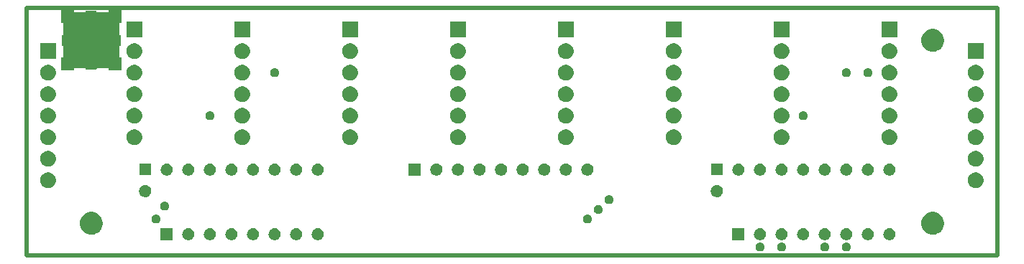
<source format=gts>
%TF.GenerationSoftware,KiCad,Pcbnew,(2015-07-26 BZR 5996)-product*%
%TF.CreationDate,2015-09-04T23:47:58-04:00*%
%TF.JobID,SPI shift register CS,53504920736869667420726567697374,1.0.1*%
%TF.FileFunction,Soldermask,Top*%
%FSLAX46Y46*%
G04 Gerber Fmt 4.6, Leading zero omitted, Abs format (unit mm)*
G04 Created by KiCad (PCBNEW (2015-07-26 BZR 5996)-product) date 2015-09-04 23:47:58*
%MOMM*%
G01*
G04 APERTURE LIST*
%ADD10C,0.050800*%
%ADD11C,0.508000*%
%ADD12C,0.200000*%
G04 APERTURE END LIST*
D10*
D11*
X0Y-29210000D02*
X0Y0D01*
X114300000Y-29210000D02*
X0Y-29210000D01*
X114300000Y0D02*
X114300000Y-29210000D01*
D12*
X114300000Y0D02*
X112395000Y0D01*
D11*
X0Y0D02*
X114300000Y0D01*
D10*
G36*
X3467100Y-6007100D02*
X1612900Y-6007100D01*
X1612900Y-4152900D01*
X3467100Y-4152900D01*
X3467100Y-6007100D01*
X3467100Y-6007100D01*
G37*
G36*
X3467140Y-7529093D02*
X3464240Y-7736759D01*
X3464182Y-7737013D01*
X3464182Y-7737021D01*
X3423961Y-7914054D01*
X3423960Y-7914054D01*
X3350010Y-8080151D01*
X3245209Y-8228716D01*
X3245206Y-8228717D01*
X3113542Y-8354100D01*
X3113541Y-8354102D01*
X2960034Y-8451520D01*
X2960031Y-8451520D01*
X2811418Y-8509163D01*
X2790522Y-8517269D01*
X2790521Y-8517269D01*
X2790519Y-8517270D01*
X2611473Y-8548842D01*
X2429697Y-8545033D01*
X2429694Y-8545033D01*
X2252123Y-8505992D01*
X2085519Y-8433205D01*
X1936221Y-8329440D01*
X1809921Y-8198653D01*
X1711430Y-8045824D01*
X1644501Y-7876781D01*
X1611679Y-7697952D01*
X1614218Y-7516157D01*
X1652019Y-7338317D01*
X1723643Y-7171205D01*
X1826363Y-7021186D01*
X1956262Y-6893980D01*
X2108398Y-6794425D01*
X2276977Y-6726314D01*
X2455567Y-6692247D01*
X2637376Y-6693516D01*
X2815479Y-6730075D01*
X2983087Y-6800531D01*
X3133812Y-6902196D01*
X3261927Y-7031210D01*
X3261931Y-7031214D01*
X3362542Y-7182645D01*
X3362542Y-7182647D01*
X3431827Y-7350744D01*
X3467089Y-7528828D01*
X3467088Y-7528834D01*
X3467140Y-7529093D01*
X3467140Y-7529093D01*
G37*
G36*
X3467140Y-10069093D02*
X3464240Y-10276759D01*
X3464182Y-10277013D01*
X3464182Y-10277021D01*
X3423961Y-10454054D01*
X3423960Y-10454054D01*
X3350010Y-10620151D01*
X3245209Y-10768716D01*
X3245206Y-10768717D01*
X3113542Y-10894100D01*
X3113541Y-10894102D01*
X2960034Y-10991520D01*
X2960031Y-10991520D01*
X2811418Y-11049163D01*
X2790522Y-11057269D01*
X2790521Y-11057269D01*
X2790519Y-11057270D01*
X2611473Y-11088842D01*
X2429697Y-11085033D01*
X2429694Y-11085033D01*
X2252123Y-11045992D01*
X2085519Y-10973205D01*
X1936221Y-10869440D01*
X1809921Y-10738653D01*
X1711430Y-10585824D01*
X1644501Y-10416781D01*
X1611679Y-10237952D01*
X1614218Y-10056157D01*
X1652019Y-9878317D01*
X1723643Y-9711205D01*
X1826363Y-9561186D01*
X1956262Y-9433980D01*
X2108398Y-9334425D01*
X2276977Y-9266314D01*
X2455567Y-9232247D01*
X2637376Y-9233516D01*
X2815479Y-9270075D01*
X2983087Y-9340531D01*
X3133812Y-9442196D01*
X3261927Y-9571210D01*
X3261931Y-9571214D01*
X3362542Y-9722645D01*
X3362542Y-9722647D01*
X3431827Y-9890744D01*
X3467089Y-10068828D01*
X3467088Y-10068834D01*
X3467140Y-10069093D01*
X3467140Y-10069093D01*
G37*
G36*
X3467140Y-12609093D02*
X3464240Y-12816759D01*
X3464182Y-12817013D01*
X3464182Y-12817021D01*
X3423961Y-12994054D01*
X3423960Y-12994054D01*
X3350010Y-13160151D01*
X3245209Y-13308716D01*
X3245206Y-13308717D01*
X3113542Y-13434100D01*
X3113541Y-13434102D01*
X2960034Y-13531520D01*
X2960031Y-13531520D01*
X2811418Y-13589163D01*
X2790522Y-13597269D01*
X2790521Y-13597269D01*
X2790519Y-13597270D01*
X2611473Y-13628842D01*
X2429697Y-13625033D01*
X2429694Y-13625033D01*
X2252123Y-13585992D01*
X2085519Y-13513205D01*
X1936221Y-13409440D01*
X1809921Y-13278653D01*
X1711430Y-13125824D01*
X1644501Y-12956781D01*
X1611679Y-12777952D01*
X1614218Y-12596157D01*
X1652019Y-12418317D01*
X1723643Y-12251205D01*
X1826363Y-12101186D01*
X1956262Y-11973980D01*
X2108398Y-11874425D01*
X2276977Y-11806314D01*
X2455567Y-11772247D01*
X2637376Y-11773516D01*
X2815479Y-11810075D01*
X2983087Y-11880531D01*
X3133812Y-11982196D01*
X3261927Y-12111210D01*
X3261931Y-12111214D01*
X3362542Y-12262645D01*
X3362542Y-12262647D01*
X3431827Y-12430744D01*
X3467089Y-12608828D01*
X3467088Y-12608834D01*
X3467140Y-12609093D01*
X3467140Y-12609093D01*
G37*
G36*
X3467140Y-15149093D02*
X3464240Y-15356759D01*
X3464182Y-15357013D01*
X3464182Y-15357021D01*
X3423961Y-15534054D01*
X3423960Y-15534054D01*
X3350010Y-15700151D01*
X3245209Y-15848716D01*
X3245206Y-15848717D01*
X3113542Y-15974100D01*
X3113541Y-15974102D01*
X2960034Y-16071520D01*
X2960031Y-16071520D01*
X2811418Y-16129163D01*
X2790522Y-16137269D01*
X2790521Y-16137269D01*
X2790519Y-16137270D01*
X2611473Y-16168842D01*
X2429697Y-16165033D01*
X2429694Y-16165033D01*
X2252123Y-16125992D01*
X2085519Y-16053205D01*
X1936221Y-15949440D01*
X1809921Y-15818653D01*
X1711430Y-15665824D01*
X1644501Y-15496781D01*
X1611679Y-15317952D01*
X1614218Y-15136157D01*
X1652019Y-14958317D01*
X1723643Y-14791205D01*
X1826363Y-14641186D01*
X1956262Y-14513980D01*
X2108398Y-14414425D01*
X2276977Y-14346314D01*
X2455567Y-14312247D01*
X2637376Y-14313516D01*
X2815479Y-14350075D01*
X2983087Y-14420531D01*
X3133812Y-14522196D01*
X3261927Y-14651210D01*
X3261931Y-14651214D01*
X3362542Y-14802645D01*
X3362542Y-14802647D01*
X3431827Y-14970744D01*
X3467089Y-15148828D01*
X3467088Y-15148834D01*
X3467140Y-15149093D01*
X3467140Y-15149093D01*
G37*
G36*
X3467140Y-17689093D02*
X3464240Y-17896759D01*
X3464182Y-17897013D01*
X3464182Y-17897021D01*
X3423961Y-18074054D01*
X3423960Y-18074054D01*
X3350010Y-18240151D01*
X3245209Y-18388716D01*
X3245206Y-18388717D01*
X3113542Y-18514100D01*
X3113541Y-18514102D01*
X2960034Y-18611520D01*
X2960031Y-18611520D01*
X2811418Y-18669163D01*
X2790522Y-18677269D01*
X2790521Y-18677269D01*
X2790519Y-18677270D01*
X2611473Y-18708842D01*
X2429697Y-18705033D01*
X2429694Y-18705033D01*
X2252123Y-18665992D01*
X2085519Y-18593205D01*
X1936221Y-18489440D01*
X1809921Y-18358653D01*
X1711430Y-18205824D01*
X1644501Y-18036781D01*
X1611679Y-17857952D01*
X1614218Y-17676157D01*
X1652019Y-17498317D01*
X1723643Y-17331205D01*
X1826363Y-17181186D01*
X1956262Y-17053980D01*
X2108398Y-16954425D01*
X2276977Y-16886314D01*
X2455567Y-16852247D01*
X2637376Y-16853516D01*
X2815479Y-16890075D01*
X2983087Y-16960531D01*
X3133812Y-17062196D01*
X3261927Y-17191210D01*
X3261931Y-17191214D01*
X3362542Y-17342645D01*
X3362542Y-17342647D01*
X3431827Y-17510744D01*
X3467089Y-17688828D01*
X3467088Y-17688834D01*
X3467140Y-17689093D01*
X3467140Y-17689093D01*
G37*
G36*
X3467140Y-20229093D02*
X3464240Y-20436759D01*
X3464182Y-20437013D01*
X3464182Y-20437021D01*
X3423961Y-20614054D01*
X3423960Y-20614054D01*
X3350010Y-20780151D01*
X3245209Y-20928716D01*
X3245206Y-20928717D01*
X3113542Y-21054100D01*
X3113541Y-21054102D01*
X2960034Y-21151520D01*
X2960031Y-21151520D01*
X2811418Y-21209163D01*
X2790522Y-21217269D01*
X2790521Y-21217269D01*
X2790519Y-21217270D01*
X2611473Y-21248842D01*
X2429697Y-21245033D01*
X2429694Y-21245033D01*
X2252123Y-21205992D01*
X2085519Y-21133205D01*
X1936221Y-21029440D01*
X1809921Y-20898653D01*
X1711430Y-20745824D01*
X1644501Y-20576781D01*
X1611679Y-20397952D01*
X1614218Y-20216157D01*
X1652019Y-20038317D01*
X1723643Y-19871205D01*
X1826363Y-19721186D01*
X1956262Y-19593980D01*
X2108398Y-19494425D01*
X2276977Y-19426314D01*
X2455567Y-19392247D01*
X2637376Y-19393516D01*
X2815479Y-19430075D01*
X2983087Y-19500531D01*
X3133812Y-19602196D01*
X3261927Y-19731210D01*
X3261931Y-19731214D01*
X3362542Y-19882645D01*
X3362542Y-19882647D01*
X3431827Y-20050744D01*
X3467089Y-20228828D01*
X3467088Y-20228834D01*
X3467140Y-20229093D01*
X3467140Y-20229093D01*
G37*
G36*
X8967058Y-25267920D02*
X8962845Y-25569641D01*
X8962787Y-25569895D01*
X8962787Y-25569903D01*
X8904323Y-25827236D01*
X8796878Y-26068561D01*
X8644609Y-26284415D01*
X8644606Y-26284417D01*
X8453309Y-26466587D01*
X8453308Y-26466589D01*
X8230273Y-26608131D01*
X8230271Y-26608131D01*
X7983988Y-26703658D01*
X7983985Y-26703660D01*
X7723844Y-26749530D01*
X7723841Y-26749529D01*
X7459738Y-26743997D01*
X7459735Y-26743997D01*
X7201739Y-26687273D01*
X6959675Y-26581519D01*
X6742756Y-26430756D01*
X6559258Y-26240738D01*
X6416157Y-26018688D01*
X6318914Y-25773082D01*
X6271227Y-25513258D01*
X6274916Y-25249123D01*
X6329837Y-24990738D01*
X6433902Y-24747937D01*
X6583145Y-24529973D01*
X6771878Y-24345153D01*
X6992921Y-24200506D01*
X7237847Y-24101550D01*
X7497326Y-24052051D01*
X7761480Y-24053895D01*
X8020248Y-24107013D01*
X8263768Y-24209379D01*
X8482762Y-24357092D01*
X8482765Y-24357096D01*
X8668905Y-24544540D01*
X8815086Y-24764560D01*
X8915751Y-25008792D01*
X8967007Y-25267655D01*
X8967006Y-25267661D01*
X8967058Y-25267920D01*
X8967058Y-25267920D01*
G37*
G36*
X11176000Y-7366000D02*
X9652000Y-7366000D01*
X9652000Y-7150100D01*
X9648997Y-7135273D01*
X9640460Y-7122784D01*
X9627737Y-7114601D01*
X9613900Y-7112000D01*
X8293100Y-7112000D01*
X8278273Y-7115003D01*
X8265784Y-7123540D01*
X8257601Y-7136263D01*
X8255000Y-7150100D01*
X8255000Y-7302500D01*
X6985000Y-7302500D01*
X6985000Y-7150100D01*
X6981997Y-7135273D01*
X6973460Y-7122784D01*
X6960737Y-7114601D01*
X6946900Y-7112000D01*
X5626100Y-7112000D01*
X5611273Y-7115003D01*
X5598784Y-7123540D01*
X5590601Y-7136263D01*
X5588000Y-7150100D01*
X5588000Y-7366000D01*
X4064000Y-7366000D01*
X4064000Y-5842000D01*
X4279900Y-5842000D01*
X4294727Y-5838997D01*
X4307216Y-5830460D01*
X4315399Y-5817737D01*
X4318000Y-5803900D01*
X4318000Y-4483100D01*
X4314997Y-4468273D01*
X4306460Y-4455784D01*
X4293737Y-4447601D01*
X4279900Y-4445000D01*
X4127500Y-4445000D01*
X4127500Y-3175000D01*
X4279900Y-3175000D01*
X4294727Y-3171997D01*
X4307216Y-3163460D01*
X4315399Y-3150737D01*
X4318000Y-3136900D01*
X4318000Y-1816100D01*
X4314997Y-1801273D01*
X4306460Y-1788784D01*
X4293737Y-1780601D01*
X4279900Y-1778000D01*
X4064000Y-1778000D01*
X4064000Y-254000D01*
X5588000Y-254000D01*
X5588000Y-469900D01*
X5591003Y-484727D01*
X5599540Y-497216D01*
X5612263Y-505399D01*
X5626100Y-508000D01*
X6946900Y-508000D01*
X6961727Y-504997D01*
X6974216Y-496460D01*
X6982399Y-483737D01*
X6985000Y-469900D01*
X6985000Y-317500D01*
X8255000Y-317500D01*
X8255000Y-469900D01*
X8258003Y-484727D01*
X8266540Y-497216D01*
X8279263Y-505399D01*
X8293100Y-508000D01*
X9613900Y-508000D01*
X9628727Y-504997D01*
X9641216Y-496460D01*
X9649399Y-483737D01*
X9652000Y-469900D01*
X9652000Y-254000D01*
X11176000Y-254000D01*
X11176000Y-1778000D01*
X10960100Y-1778000D01*
X10945273Y-1781003D01*
X10932784Y-1789540D01*
X10924601Y-1802263D01*
X10922000Y-1816100D01*
X10922000Y-3136900D01*
X10925003Y-3151727D01*
X10933540Y-3164216D01*
X10946263Y-3172399D01*
X10960100Y-3175000D01*
X11112500Y-3175000D01*
X11112500Y-4445000D01*
X10960100Y-4445000D01*
X10945273Y-4448003D01*
X10932784Y-4456540D01*
X10924601Y-4469263D01*
X10922000Y-4483100D01*
X10922000Y-5803900D01*
X10925003Y-5818727D01*
X10933540Y-5831216D01*
X10946263Y-5839399D01*
X10960100Y-5842000D01*
X11176000Y-5842000D01*
X11176000Y-7366000D01*
X11176000Y-7366000D01*
G37*
G36*
X13627100Y-3467100D02*
X11772900Y-3467100D01*
X11772900Y-1612900D01*
X13627100Y-1612900D01*
X13627100Y-3467100D01*
X13627100Y-3467100D01*
G37*
G36*
X13627140Y-4989093D02*
X13624240Y-5196759D01*
X13624182Y-5197013D01*
X13624182Y-5197021D01*
X13583961Y-5374054D01*
X13583960Y-5374054D01*
X13510010Y-5540151D01*
X13405209Y-5688716D01*
X13405206Y-5688717D01*
X13273542Y-5814100D01*
X13273541Y-5814102D01*
X13120034Y-5911520D01*
X13120031Y-5911520D01*
X12971418Y-5969163D01*
X12950522Y-5977269D01*
X12950521Y-5977269D01*
X12950519Y-5977270D01*
X12771473Y-6008842D01*
X12589697Y-6005033D01*
X12589694Y-6005033D01*
X12412123Y-5965992D01*
X12245519Y-5893205D01*
X12096221Y-5789440D01*
X11969921Y-5658653D01*
X11871430Y-5505824D01*
X11804501Y-5336781D01*
X11771679Y-5157952D01*
X11774218Y-4976157D01*
X11812019Y-4798317D01*
X11883643Y-4631205D01*
X11986363Y-4481186D01*
X12116262Y-4353980D01*
X12268398Y-4254425D01*
X12436977Y-4186314D01*
X12615567Y-4152247D01*
X12797376Y-4153516D01*
X12975479Y-4190075D01*
X13143087Y-4260531D01*
X13293812Y-4362196D01*
X13421927Y-4491210D01*
X13421931Y-4491214D01*
X13522542Y-4642645D01*
X13522542Y-4642647D01*
X13591827Y-4810744D01*
X13627089Y-4988828D01*
X13627088Y-4988834D01*
X13627140Y-4989093D01*
X13627140Y-4989093D01*
G37*
G36*
X13627140Y-7529093D02*
X13624240Y-7736759D01*
X13624182Y-7737013D01*
X13624182Y-7737021D01*
X13583961Y-7914054D01*
X13583960Y-7914054D01*
X13510010Y-8080151D01*
X13405209Y-8228716D01*
X13405206Y-8228717D01*
X13273542Y-8354100D01*
X13273541Y-8354102D01*
X13120034Y-8451520D01*
X13120031Y-8451520D01*
X12971418Y-8509163D01*
X12950522Y-8517269D01*
X12950521Y-8517269D01*
X12950519Y-8517270D01*
X12771473Y-8548842D01*
X12589697Y-8545033D01*
X12589694Y-8545033D01*
X12412123Y-8505992D01*
X12245519Y-8433205D01*
X12096221Y-8329440D01*
X11969921Y-8198653D01*
X11871430Y-8045824D01*
X11804501Y-7876781D01*
X11771679Y-7697952D01*
X11774218Y-7516157D01*
X11812019Y-7338317D01*
X11883643Y-7171205D01*
X11986363Y-7021186D01*
X12116262Y-6893980D01*
X12268398Y-6794425D01*
X12436977Y-6726314D01*
X12615567Y-6692247D01*
X12797376Y-6693516D01*
X12975479Y-6730075D01*
X13143087Y-6800531D01*
X13293812Y-6902196D01*
X13421927Y-7031210D01*
X13421931Y-7031214D01*
X13522542Y-7182645D01*
X13522542Y-7182647D01*
X13591827Y-7350744D01*
X13627089Y-7528828D01*
X13627088Y-7528834D01*
X13627140Y-7529093D01*
X13627140Y-7529093D01*
G37*
G36*
X13627140Y-10069093D02*
X13624240Y-10276759D01*
X13624182Y-10277013D01*
X13624182Y-10277021D01*
X13583961Y-10454054D01*
X13583960Y-10454054D01*
X13510010Y-10620151D01*
X13405209Y-10768716D01*
X13405206Y-10768717D01*
X13273542Y-10894100D01*
X13273541Y-10894102D01*
X13120034Y-10991520D01*
X13120031Y-10991520D01*
X12971418Y-11049163D01*
X12950522Y-11057269D01*
X12950521Y-11057269D01*
X12950519Y-11057270D01*
X12771473Y-11088842D01*
X12589697Y-11085033D01*
X12589694Y-11085033D01*
X12412123Y-11045992D01*
X12245519Y-10973205D01*
X12096221Y-10869440D01*
X11969921Y-10738653D01*
X11871430Y-10585824D01*
X11804501Y-10416781D01*
X11771679Y-10237952D01*
X11774218Y-10056157D01*
X11812019Y-9878317D01*
X11883643Y-9711205D01*
X11986363Y-9561186D01*
X12116262Y-9433980D01*
X12268398Y-9334425D01*
X12436977Y-9266314D01*
X12615567Y-9232247D01*
X12797376Y-9233516D01*
X12975479Y-9270075D01*
X13143087Y-9340531D01*
X13293812Y-9442196D01*
X13421927Y-9571210D01*
X13421931Y-9571214D01*
X13522542Y-9722645D01*
X13522542Y-9722647D01*
X13591827Y-9890744D01*
X13627089Y-10068828D01*
X13627088Y-10068834D01*
X13627140Y-10069093D01*
X13627140Y-10069093D01*
G37*
G36*
X13627140Y-12609093D02*
X13624240Y-12816759D01*
X13624182Y-12817013D01*
X13624182Y-12817021D01*
X13583961Y-12994054D01*
X13583960Y-12994054D01*
X13510010Y-13160151D01*
X13405209Y-13308716D01*
X13405206Y-13308717D01*
X13273542Y-13434100D01*
X13273541Y-13434102D01*
X13120034Y-13531520D01*
X13120031Y-13531520D01*
X12971418Y-13589163D01*
X12950522Y-13597269D01*
X12950521Y-13597269D01*
X12950519Y-13597270D01*
X12771473Y-13628842D01*
X12589697Y-13625033D01*
X12589694Y-13625033D01*
X12412123Y-13585992D01*
X12245519Y-13513205D01*
X12096221Y-13409440D01*
X11969921Y-13278653D01*
X11871430Y-13125824D01*
X11804501Y-12956781D01*
X11771679Y-12777952D01*
X11774218Y-12596157D01*
X11812019Y-12418317D01*
X11883643Y-12251205D01*
X11986363Y-12101186D01*
X12116262Y-11973980D01*
X12268398Y-11874425D01*
X12436977Y-11806314D01*
X12615567Y-11772247D01*
X12797376Y-11773516D01*
X12975479Y-11810075D01*
X13143087Y-11880531D01*
X13293812Y-11982196D01*
X13421927Y-12111210D01*
X13421931Y-12111214D01*
X13522542Y-12262645D01*
X13522542Y-12262647D01*
X13591827Y-12430744D01*
X13627089Y-12608828D01*
X13627088Y-12608834D01*
X13627140Y-12609093D01*
X13627140Y-12609093D01*
G37*
G36*
X13627140Y-15149093D02*
X13624240Y-15356759D01*
X13624182Y-15357013D01*
X13624182Y-15357021D01*
X13583961Y-15534054D01*
X13583960Y-15534054D01*
X13510010Y-15700151D01*
X13405209Y-15848716D01*
X13405206Y-15848717D01*
X13273542Y-15974100D01*
X13273541Y-15974102D01*
X13120034Y-16071520D01*
X13120031Y-16071520D01*
X12971418Y-16129163D01*
X12950522Y-16137269D01*
X12950521Y-16137269D01*
X12950519Y-16137270D01*
X12771473Y-16168842D01*
X12589697Y-16165033D01*
X12589694Y-16165033D01*
X12412123Y-16125992D01*
X12245519Y-16053205D01*
X12096221Y-15949440D01*
X11969921Y-15818653D01*
X11871430Y-15665824D01*
X11804501Y-15496781D01*
X11771679Y-15317952D01*
X11774218Y-15136157D01*
X11812019Y-14958317D01*
X11883643Y-14791205D01*
X11986363Y-14641186D01*
X12116262Y-14513980D01*
X12268398Y-14414425D01*
X12436977Y-14346314D01*
X12615567Y-14312247D01*
X12797376Y-14313516D01*
X12975479Y-14350075D01*
X13143087Y-14420531D01*
X13293812Y-14522196D01*
X13421927Y-14651210D01*
X13421931Y-14651214D01*
X13522542Y-14802645D01*
X13522542Y-14802647D01*
X13591827Y-14970744D01*
X13627089Y-15148828D01*
X13627088Y-15148834D01*
X13627140Y-15149093D01*
X13627140Y-15149093D01*
G37*
G36*
X14657070Y-19737070D02*
X13282930Y-19737070D01*
X13282930Y-18362930D01*
X14657070Y-18362930D01*
X14657070Y-19737070D01*
X14657070Y-19737070D01*
G37*
G36*
X14696471Y-21518769D02*
X14694199Y-21681488D01*
X14694141Y-21681742D01*
X14694141Y-21681750D01*
X14662639Y-21820409D01*
X14604693Y-21950557D01*
X14522575Y-22066966D01*
X14522572Y-22066968D01*
X14419404Y-22165215D01*
X14299123Y-22241547D01*
X14299120Y-22241547D01*
X14166299Y-22293065D01*
X14166297Y-22293067D01*
X14026005Y-22317805D01*
X14026001Y-22317804D01*
X13883566Y-22314821D01*
X13744430Y-22284230D01*
X13613886Y-22227197D01*
X13496903Y-22145890D01*
X13496902Y-22145889D01*
X13493620Y-22142490D01*
X13397938Y-22043410D01*
X13320766Y-21923661D01*
X13320764Y-21923658D01*
X13268321Y-21791204D01*
X13242603Y-21651080D01*
X13244593Y-21508631D01*
X13274212Y-21369285D01*
X13330334Y-21238341D01*
X13410822Y-21120791D01*
X13512605Y-21021119D01*
X13631815Y-20943110D01*
X13763904Y-20889743D01*
X13903842Y-20863048D01*
X14046300Y-20864042D01*
X14185855Y-20892689D01*
X14317186Y-20947896D01*
X14435291Y-21027558D01*
X14535677Y-21128647D01*
X14614513Y-21247305D01*
X14668802Y-21379021D01*
X14696421Y-21518505D01*
X14696420Y-21518515D01*
X14696471Y-21518769D01*
X14696471Y-21518769D01*
G37*
G36*
X15760722Y-24840943D02*
X15759093Y-24957577D01*
X15759036Y-24957827D01*
X15759036Y-24957839D01*
X15736473Y-25057153D01*
X15694938Y-25150442D01*
X15636076Y-25233884D01*
X15562128Y-25304303D01*
X15475911Y-25359019D01*
X15380702Y-25395948D01*
X15280144Y-25413679D01*
X15178045Y-25411540D01*
X15078315Y-25389613D01*
X14984744Y-25348733D01*
X14900889Y-25290452D01*
X14829957Y-25217000D01*
X14774639Y-25131163D01*
X14737047Y-25036217D01*
X14718613Y-24935780D01*
X14720039Y-24833677D01*
X14741270Y-24733794D01*
X14781497Y-24639936D01*
X14839190Y-24555678D01*
X14912145Y-24484236D01*
X14997592Y-24428320D01*
X15092276Y-24390065D01*
X15192578Y-24370932D01*
X15294690Y-24371645D01*
X15394722Y-24392178D01*
X15488858Y-24431750D01*
X15573510Y-24488848D01*
X15645470Y-24561313D01*
X15701977Y-24646361D01*
X15740891Y-24740773D01*
X15760672Y-24840678D01*
X15760671Y-24840689D01*
X15760722Y-24840943D01*
X15760722Y-24840943D01*
G37*
G36*
X16776722Y-23316943D02*
X16775093Y-23433577D01*
X16775036Y-23433827D01*
X16775036Y-23433839D01*
X16752473Y-23533153D01*
X16710938Y-23626442D01*
X16652076Y-23709884D01*
X16578128Y-23780303D01*
X16491911Y-23835019D01*
X16396702Y-23871948D01*
X16296144Y-23889679D01*
X16194045Y-23887540D01*
X16094315Y-23865613D01*
X16000744Y-23824733D01*
X15916889Y-23766452D01*
X15845957Y-23693000D01*
X15790639Y-23607163D01*
X15753047Y-23512217D01*
X15734613Y-23411780D01*
X15736039Y-23309677D01*
X15757270Y-23209794D01*
X15797497Y-23115936D01*
X15855190Y-23031678D01*
X15928145Y-22960236D01*
X16013592Y-22904320D01*
X16108276Y-22866065D01*
X16208578Y-22846932D01*
X16310690Y-22847645D01*
X16410722Y-22868178D01*
X16504858Y-22907750D01*
X16589510Y-22964848D01*
X16661470Y-23037313D01*
X16717977Y-23122361D01*
X16756891Y-23216773D01*
X16776672Y-23316678D01*
X16776671Y-23316689D01*
X16776722Y-23316943D01*
X16776722Y-23316943D01*
G37*
G36*
X17222000Y-27382000D02*
X15798000Y-27382000D01*
X15798000Y-25958000D01*
X17222000Y-25958000D01*
X17222000Y-27382000D01*
X17222000Y-27382000D01*
G37*
G36*
X17222030Y-18980185D02*
X17219804Y-19139669D01*
X17219746Y-19139923D01*
X17219746Y-19139930D01*
X17188870Y-19275829D01*
X17188869Y-19275830D01*
X17132077Y-19403390D01*
X17051591Y-19517485D01*
X17051588Y-19517487D01*
X16950471Y-19613781D01*
X16832576Y-19688599D01*
X16702399Y-19739091D01*
X16564891Y-19763338D01*
X16425285Y-19760413D01*
X16288914Y-19730430D01*
X16160965Y-19674531D01*
X16046304Y-19594839D01*
X15949312Y-19494400D01*
X15949310Y-19494397D01*
X15946475Y-19489998D01*
X15873669Y-19377026D01*
X15822269Y-19247205D01*
X15797062Y-19109865D01*
X15799012Y-18970250D01*
X15828043Y-18833671D01*
X15883049Y-18705331D01*
X15961937Y-18590118D01*
X16061697Y-18492427D01*
X16178535Y-18415970D01*
X16308003Y-18363661D01*
X16445157Y-18337498D01*
X16584783Y-18338473D01*
X16721565Y-18366550D01*
X16850285Y-18420659D01*
X16966039Y-18498736D01*
X16966042Y-18498740D01*
X17064434Y-18597821D01*
X17141701Y-18714117D01*
X17194911Y-18843215D01*
X17221980Y-18979920D01*
X17221979Y-18979931D01*
X17222030Y-18980185D01*
X17222030Y-18980185D01*
G37*
G36*
X19762030Y-18980185D02*
X19759804Y-19139669D01*
X19759746Y-19139923D01*
X19759746Y-19139930D01*
X19728870Y-19275829D01*
X19728869Y-19275830D01*
X19672077Y-19403390D01*
X19591591Y-19517485D01*
X19591588Y-19517487D01*
X19490471Y-19613781D01*
X19372576Y-19688599D01*
X19242399Y-19739091D01*
X19104891Y-19763338D01*
X18965285Y-19760413D01*
X18828914Y-19730430D01*
X18700965Y-19674531D01*
X18586304Y-19594839D01*
X18489312Y-19494400D01*
X18489310Y-19494397D01*
X18486475Y-19489998D01*
X18413669Y-19377026D01*
X18362269Y-19247205D01*
X18337062Y-19109865D01*
X18339012Y-18970250D01*
X18368043Y-18833671D01*
X18423049Y-18705331D01*
X18501937Y-18590118D01*
X18601697Y-18492427D01*
X18718535Y-18415970D01*
X18848003Y-18363661D01*
X18985157Y-18337498D01*
X19124783Y-18338473D01*
X19261565Y-18366550D01*
X19390285Y-18420659D01*
X19506039Y-18498736D01*
X19506042Y-18498740D01*
X19604434Y-18597821D01*
X19681701Y-18714117D01*
X19734911Y-18843215D01*
X19761980Y-18979920D01*
X19761979Y-18979931D01*
X19762030Y-18980185D01*
X19762030Y-18980185D01*
G37*
G36*
X19762030Y-26600185D02*
X19759804Y-26759669D01*
X19759746Y-26759923D01*
X19759746Y-26759930D01*
X19728870Y-26895829D01*
X19728869Y-26895830D01*
X19672077Y-27023390D01*
X19591591Y-27137485D01*
X19591588Y-27137487D01*
X19490471Y-27233781D01*
X19372576Y-27308599D01*
X19242399Y-27359091D01*
X19104891Y-27383338D01*
X18965285Y-27380413D01*
X18828914Y-27350430D01*
X18700965Y-27294531D01*
X18586304Y-27214839D01*
X18489312Y-27114400D01*
X18489310Y-27114397D01*
X18486475Y-27109998D01*
X18413669Y-26997026D01*
X18362269Y-26867205D01*
X18337062Y-26729865D01*
X18339012Y-26590250D01*
X18368043Y-26453671D01*
X18423049Y-26325331D01*
X18501937Y-26210118D01*
X18601697Y-26112427D01*
X18718535Y-26035970D01*
X18848003Y-25983661D01*
X18985157Y-25957498D01*
X19124783Y-25958473D01*
X19261565Y-25986550D01*
X19390285Y-26040659D01*
X19506039Y-26118736D01*
X19506042Y-26118740D01*
X19604434Y-26217821D01*
X19681701Y-26334117D01*
X19734911Y-26463215D01*
X19761980Y-26599920D01*
X19761979Y-26599931D01*
X19762030Y-26600185D01*
X19762030Y-26600185D01*
G37*
G36*
X22110722Y-12648943D02*
X22109093Y-12765577D01*
X22109036Y-12765827D01*
X22109036Y-12765839D01*
X22086473Y-12865153D01*
X22044938Y-12958442D01*
X21986076Y-13041884D01*
X21912128Y-13112303D01*
X21825911Y-13167019D01*
X21730702Y-13203948D01*
X21630144Y-13221679D01*
X21528045Y-13219540D01*
X21428315Y-13197613D01*
X21334744Y-13156733D01*
X21250889Y-13098452D01*
X21179957Y-13025000D01*
X21124639Y-12939163D01*
X21087047Y-12844217D01*
X21068613Y-12743780D01*
X21070039Y-12641677D01*
X21091270Y-12541794D01*
X21131497Y-12447936D01*
X21189190Y-12363678D01*
X21262145Y-12292236D01*
X21347592Y-12236320D01*
X21442276Y-12198065D01*
X21542578Y-12178932D01*
X21644690Y-12179645D01*
X21744722Y-12200178D01*
X21838858Y-12239750D01*
X21923510Y-12296848D01*
X21995470Y-12369313D01*
X22051977Y-12454361D01*
X22090891Y-12548773D01*
X22110672Y-12648678D01*
X22110671Y-12648689D01*
X22110722Y-12648943D01*
X22110722Y-12648943D01*
G37*
G36*
X22302030Y-18980185D02*
X22299804Y-19139669D01*
X22299746Y-19139923D01*
X22299746Y-19139930D01*
X22268870Y-19275829D01*
X22268869Y-19275830D01*
X22212077Y-19403390D01*
X22131591Y-19517485D01*
X22131588Y-19517487D01*
X22030471Y-19613781D01*
X21912576Y-19688599D01*
X21782399Y-19739091D01*
X21644891Y-19763338D01*
X21505285Y-19760413D01*
X21368914Y-19730430D01*
X21240965Y-19674531D01*
X21126304Y-19594839D01*
X21029312Y-19494400D01*
X21029310Y-19494397D01*
X21026475Y-19489998D01*
X20953669Y-19377026D01*
X20902269Y-19247205D01*
X20877062Y-19109865D01*
X20879012Y-18970250D01*
X20908043Y-18833671D01*
X20963049Y-18705331D01*
X21041937Y-18590118D01*
X21141697Y-18492427D01*
X21258535Y-18415970D01*
X21388003Y-18363661D01*
X21525157Y-18337498D01*
X21664783Y-18338473D01*
X21801565Y-18366550D01*
X21930285Y-18420659D01*
X22046039Y-18498736D01*
X22046042Y-18498740D01*
X22144434Y-18597821D01*
X22221701Y-18714117D01*
X22274911Y-18843215D01*
X22301980Y-18979920D01*
X22301979Y-18979931D01*
X22302030Y-18980185D01*
X22302030Y-18980185D01*
G37*
G36*
X22302030Y-26600185D02*
X22299804Y-26759669D01*
X22299746Y-26759923D01*
X22299746Y-26759930D01*
X22268870Y-26895829D01*
X22268869Y-26895830D01*
X22212077Y-27023390D01*
X22131591Y-27137485D01*
X22131588Y-27137487D01*
X22030471Y-27233781D01*
X21912576Y-27308599D01*
X21782399Y-27359091D01*
X21644891Y-27383338D01*
X21505285Y-27380413D01*
X21368914Y-27350430D01*
X21240965Y-27294531D01*
X21126304Y-27214839D01*
X21029312Y-27114400D01*
X21029310Y-27114397D01*
X21026475Y-27109998D01*
X20953669Y-26997026D01*
X20902269Y-26867205D01*
X20877062Y-26729865D01*
X20879012Y-26590250D01*
X20908043Y-26453671D01*
X20963049Y-26325331D01*
X21041937Y-26210118D01*
X21141697Y-26112427D01*
X21258535Y-26035970D01*
X21388003Y-25983661D01*
X21525157Y-25957498D01*
X21664783Y-25958473D01*
X21801565Y-25986550D01*
X21930285Y-26040659D01*
X22046039Y-26118736D01*
X22046042Y-26118740D01*
X22144434Y-26217821D01*
X22221701Y-26334117D01*
X22274911Y-26463215D01*
X22301980Y-26599920D01*
X22301979Y-26599931D01*
X22302030Y-26600185D01*
X22302030Y-26600185D01*
G37*
G36*
X24842030Y-18980185D02*
X24839804Y-19139669D01*
X24839746Y-19139923D01*
X24839746Y-19139930D01*
X24808870Y-19275829D01*
X24808869Y-19275830D01*
X24752077Y-19403390D01*
X24671591Y-19517485D01*
X24671588Y-19517487D01*
X24570471Y-19613781D01*
X24452576Y-19688599D01*
X24322399Y-19739091D01*
X24184891Y-19763338D01*
X24045285Y-19760413D01*
X23908914Y-19730430D01*
X23780965Y-19674531D01*
X23666304Y-19594839D01*
X23569312Y-19494400D01*
X23569310Y-19494397D01*
X23566475Y-19489998D01*
X23493669Y-19377026D01*
X23442269Y-19247205D01*
X23417062Y-19109865D01*
X23419012Y-18970250D01*
X23448043Y-18833671D01*
X23503049Y-18705331D01*
X23581937Y-18590118D01*
X23681697Y-18492427D01*
X23798535Y-18415970D01*
X23928003Y-18363661D01*
X24065157Y-18337498D01*
X24204783Y-18338473D01*
X24341565Y-18366550D01*
X24470285Y-18420659D01*
X24586039Y-18498736D01*
X24586042Y-18498740D01*
X24684434Y-18597821D01*
X24761701Y-18714117D01*
X24814911Y-18843215D01*
X24841980Y-18979920D01*
X24841979Y-18979931D01*
X24842030Y-18980185D01*
X24842030Y-18980185D01*
G37*
G36*
X24842030Y-26600185D02*
X24839804Y-26759669D01*
X24839746Y-26759923D01*
X24839746Y-26759930D01*
X24808870Y-26895829D01*
X24808869Y-26895830D01*
X24752077Y-27023390D01*
X24671591Y-27137485D01*
X24671588Y-27137487D01*
X24570471Y-27233781D01*
X24452576Y-27308599D01*
X24322399Y-27359091D01*
X24184891Y-27383338D01*
X24045285Y-27380413D01*
X23908914Y-27350430D01*
X23780965Y-27294531D01*
X23666304Y-27214839D01*
X23569312Y-27114400D01*
X23569310Y-27114397D01*
X23566475Y-27109998D01*
X23493669Y-26997026D01*
X23442269Y-26867205D01*
X23417062Y-26729865D01*
X23419012Y-26590250D01*
X23448043Y-26453671D01*
X23503049Y-26325331D01*
X23581937Y-26210118D01*
X23681697Y-26112427D01*
X23798535Y-26035970D01*
X23928003Y-25983661D01*
X24065157Y-25957498D01*
X24204783Y-25958473D01*
X24341565Y-25986550D01*
X24470285Y-26040659D01*
X24586039Y-26118736D01*
X24586042Y-26118740D01*
X24684434Y-26217821D01*
X24761701Y-26334117D01*
X24814911Y-26463215D01*
X24841980Y-26599920D01*
X24841979Y-26599931D01*
X24842030Y-26600185D01*
X24842030Y-26600185D01*
G37*
G36*
X26327100Y-3467100D02*
X24472900Y-3467100D01*
X24472900Y-1612900D01*
X26327100Y-1612900D01*
X26327100Y-3467100D01*
X26327100Y-3467100D01*
G37*
G36*
X26327140Y-4989093D02*
X26324240Y-5196759D01*
X26324182Y-5197013D01*
X26324182Y-5197021D01*
X26283961Y-5374054D01*
X26283960Y-5374054D01*
X26210010Y-5540151D01*
X26105209Y-5688716D01*
X26105206Y-5688717D01*
X25973542Y-5814100D01*
X25973541Y-5814102D01*
X25820034Y-5911520D01*
X25820031Y-5911520D01*
X25671418Y-5969163D01*
X25650522Y-5977269D01*
X25650521Y-5977269D01*
X25650519Y-5977270D01*
X25471473Y-6008842D01*
X25289697Y-6005033D01*
X25289694Y-6005033D01*
X25112123Y-5965992D01*
X24945519Y-5893205D01*
X24796221Y-5789440D01*
X24669921Y-5658653D01*
X24571430Y-5505824D01*
X24504501Y-5336781D01*
X24471679Y-5157952D01*
X24474218Y-4976157D01*
X24512019Y-4798317D01*
X24583643Y-4631205D01*
X24686363Y-4481186D01*
X24816262Y-4353980D01*
X24968398Y-4254425D01*
X25136977Y-4186314D01*
X25315567Y-4152247D01*
X25497376Y-4153516D01*
X25675479Y-4190075D01*
X25843087Y-4260531D01*
X25993812Y-4362196D01*
X26121927Y-4491210D01*
X26121931Y-4491214D01*
X26222542Y-4642645D01*
X26222542Y-4642647D01*
X26291827Y-4810744D01*
X26327089Y-4988828D01*
X26327088Y-4988834D01*
X26327140Y-4989093D01*
X26327140Y-4989093D01*
G37*
G36*
X26327140Y-7529093D02*
X26324240Y-7736759D01*
X26324182Y-7737013D01*
X26324182Y-7737021D01*
X26283961Y-7914054D01*
X26283960Y-7914054D01*
X26210010Y-8080151D01*
X26105209Y-8228716D01*
X26105206Y-8228717D01*
X25973542Y-8354100D01*
X25973541Y-8354102D01*
X25820034Y-8451520D01*
X25820031Y-8451520D01*
X25671418Y-8509163D01*
X25650522Y-8517269D01*
X25650521Y-8517269D01*
X25650519Y-8517270D01*
X25471473Y-8548842D01*
X25289697Y-8545033D01*
X25289694Y-8545033D01*
X25112123Y-8505992D01*
X24945519Y-8433205D01*
X24796221Y-8329440D01*
X24669921Y-8198653D01*
X24571430Y-8045824D01*
X24504501Y-7876781D01*
X24471679Y-7697952D01*
X24474218Y-7516157D01*
X24512019Y-7338317D01*
X24583643Y-7171205D01*
X24686363Y-7021186D01*
X24816262Y-6893980D01*
X24968398Y-6794425D01*
X25136977Y-6726314D01*
X25315567Y-6692247D01*
X25497376Y-6693516D01*
X25675479Y-6730075D01*
X25843087Y-6800531D01*
X25993812Y-6902196D01*
X26121927Y-7031210D01*
X26121931Y-7031214D01*
X26222542Y-7182645D01*
X26222542Y-7182647D01*
X26291827Y-7350744D01*
X26327089Y-7528828D01*
X26327088Y-7528834D01*
X26327140Y-7529093D01*
X26327140Y-7529093D01*
G37*
G36*
X26327140Y-10069093D02*
X26324240Y-10276759D01*
X26324182Y-10277013D01*
X26324182Y-10277021D01*
X26283961Y-10454054D01*
X26283960Y-10454054D01*
X26210010Y-10620151D01*
X26105209Y-10768716D01*
X26105206Y-10768717D01*
X25973542Y-10894100D01*
X25973541Y-10894102D01*
X25820034Y-10991520D01*
X25820031Y-10991520D01*
X25671418Y-11049163D01*
X25650522Y-11057269D01*
X25650521Y-11057269D01*
X25650519Y-11057270D01*
X25471473Y-11088842D01*
X25289697Y-11085033D01*
X25289694Y-11085033D01*
X25112123Y-11045992D01*
X24945519Y-10973205D01*
X24796221Y-10869440D01*
X24669921Y-10738653D01*
X24571430Y-10585824D01*
X24504501Y-10416781D01*
X24471679Y-10237952D01*
X24474218Y-10056157D01*
X24512019Y-9878317D01*
X24583643Y-9711205D01*
X24686363Y-9561186D01*
X24816262Y-9433980D01*
X24968398Y-9334425D01*
X25136977Y-9266314D01*
X25315567Y-9232247D01*
X25497376Y-9233516D01*
X25675479Y-9270075D01*
X25843087Y-9340531D01*
X25993812Y-9442196D01*
X26121927Y-9571210D01*
X26121931Y-9571214D01*
X26222542Y-9722645D01*
X26222542Y-9722647D01*
X26291827Y-9890744D01*
X26327089Y-10068828D01*
X26327088Y-10068834D01*
X26327140Y-10069093D01*
X26327140Y-10069093D01*
G37*
G36*
X26327140Y-12609093D02*
X26324240Y-12816759D01*
X26324182Y-12817013D01*
X26324182Y-12817021D01*
X26283961Y-12994054D01*
X26283960Y-12994054D01*
X26210010Y-13160151D01*
X26105209Y-13308716D01*
X26105206Y-13308717D01*
X25973542Y-13434100D01*
X25973541Y-13434102D01*
X25820034Y-13531520D01*
X25820031Y-13531520D01*
X25671418Y-13589163D01*
X25650522Y-13597269D01*
X25650521Y-13597269D01*
X25650519Y-13597270D01*
X25471473Y-13628842D01*
X25289697Y-13625033D01*
X25289694Y-13625033D01*
X25112123Y-13585992D01*
X24945519Y-13513205D01*
X24796221Y-13409440D01*
X24669921Y-13278653D01*
X24571430Y-13125824D01*
X24504501Y-12956781D01*
X24471679Y-12777952D01*
X24474218Y-12596157D01*
X24512019Y-12418317D01*
X24583643Y-12251205D01*
X24686363Y-12101186D01*
X24816262Y-11973980D01*
X24968398Y-11874425D01*
X25136977Y-11806314D01*
X25315567Y-11772247D01*
X25497376Y-11773516D01*
X25675479Y-11810075D01*
X25843087Y-11880531D01*
X25993812Y-11982196D01*
X26121927Y-12111210D01*
X26121931Y-12111214D01*
X26222542Y-12262645D01*
X26222542Y-12262647D01*
X26291827Y-12430744D01*
X26327089Y-12608828D01*
X26327088Y-12608834D01*
X26327140Y-12609093D01*
X26327140Y-12609093D01*
G37*
G36*
X26327140Y-15149093D02*
X26324240Y-15356759D01*
X26324182Y-15357013D01*
X26324182Y-15357021D01*
X26283961Y-15534054D01*
X26283960Y-15534054D01*
X26210010Y-15700151D01*
X26105209Y-15848716D01*
X26105206Y-15848717D01*
X25973542Y-15974100D01*
X25973541Y-15974102D01*
X25820034Y-16071520D01*
X25820031Y-16071520D01*
X25671418Y-16129163D01*
X25650522Y-16137269D01*
X25650521Y-16137269D01*
X25650519Y-16137270D01*
X25471473Y-16168842D01*
X25289697Y-16165033D01*
X25289694Y-16165033D01*
X25112123Y-16125992D01*
X24945519Y-16053205D01*
X24796221Y-15949440D01*
X24669921Y-15818653D01*
X24571430Y-15665824D01*
X24504501Y-15496781D01*
X24471679Y-15317952D01*
X24474218Y-15136157D01*
X24512019Y-14958317D01*
X24583643Y-14791205D01*
X24686363Y-14641186D01*
X24816262Y-14513980D01*
X24968398Y-14414425D01*
X25136977Y-14346314D01*
X25315567Y-14312247D01*
X25497376Y-14313516D01*
X25675479Y-14350075D01*
X25843087Y-14420531D01*
X25993812Y-14522196D01*
X26121927Y-14651210D01*
X26121931Y-14651214D01*
X26222542Y-14802645D01*
X26222542Y-14802647D01*
X26291827Y-14970744D01*
X26327089Y-15148828D01*
X26327088Y-15148834D01*
X26327140Y-15149093D01*
X26327140Y-15149093D01*
G37*
G36*
X27382030Y-18980185D02*
X27379804Y-19139669D01*
X27379746Y-19139923D01*
X27379746Y-19139930D01*
X27348870Y-19275829D01*
X27348869Y-19275830D01*
X27292077Y-19403390D01*
X27211591Y-19517485D01*
X27211588Y-19517487D01*
X27110471Y-19613781D01*
X26992576Y-19688599D01*
X26862399Y-19739091D01*
X26724891Y-19763338D01*
X26585285Y-19760413D01*
X26448914Y-19730430D01*
X26320965Y-19674531D01*
X26206304Y-19594839D01*
X26109312Y-19494400D01*
X26109310Y-19494397D01*
X26106475Y-19489998D01*
X26033669Y-19377026D01*
X25982269Y-19247205D01*
X25957062Y-19109865D01*
X25959012Y-18970250D01*
X25988043Y-18833671D01*
X26043049Y-18705331D01*
X26121937Y-18590118D01*
X26221697Y-18492427D01*
X26338535Y-18415970D01*
X26468003Y-18363661D01*
X26605157Y-18337498D01*
X26744783Y-18338473D01*
X26881565Y-18366550D01*
X27010285Y-18420659D01*
X27126039Y-18498736D01*
X27126042Y-18498740D01*
X27224434Y-18597821D01*
X27301701Y-18714117D01*
X27354911Y-18843215D01*
X27381980Y-18979920D01*
X27381979Y-18979931D01*
X27382030Y-18980185D01*
X27382030Y-18980185D01*
G37*
G36*
X27382030Y-26600185D02*
X27379804Y-26759669D01*
X27379746Y-26759923D01*
X27379746Y-26759930D01*
X27348870Y-26895829D01*
X27348869Y-26895830D01*
X27292077Y-27023390D01*
X27211591Y-27137485D01*
X27211588Y-27137487D01*
X27110471Y-27233781D01*
X26992576Y-27308599D01*
X26862399Y-27359091D01*
X26724891Y-27383338D01*
X26585285Y-27380413D01*
X26448914Y-27350430D01*
X26320965Y-27294531D01*
X26206304Y-27214839D01*
X26109312Y-27114400D01*
X26109310Y-27114397D01*
X26106475Y-27109998D01*
X26033669Y-26997026D01*
X25982269Y-26867205D01*
X25957062Y-26729865D01*
X25959012Y-26590250D01*
X25988043Y-26453671D01*
X26043049Y-26325331D01*
X26121937Y-26210118D01*
X26221697Y-26112427D01*
X26338535Y-26035970D01*
X26468003Y-25983661D01*
X26605157Y-25957498D01*
X26744783Y-25958473D01*
X26881565Y-25986550D01*
X27010285Y-26040659D01*
X27126039Y-26118736D01*
X27126042Y-26118740D01*
X27224434Y-26217821D01*
X27301701Y-26334117D01*
X27354911Y-26463215D01*
X27381980Y-26599920D01*
X27381979Y-26599931D01*
X27382030Y-26600185D01*
X27382030Y-26600185D01*
G37*
G36*
X29730722Y-7568943D02*
X29729093Y-7685577D01*
X29729036Y-7685827D01*
X29729036Y-7685839D01*
X29706473Y-7785153D01*
X29664938Y-7878442D01*
X29606076Y-7961884D01*
X29532128Y-8032303D01*
X29445911Y-8087019D01*
X29350702Y-8123948D01*
X29250144Y-8141679D01*
X29148045Y-8139540D01*
X29048315Y-8117613D01*
X28954744Y-8076733D01*
X28870889Y-8018452D01*
X28799957Y-7945000D01*
X28744639Y-7859163D01*
X28707047Y-7764217D01*
X28688613Y-7663780D01*
X28690039Y-7561677D01*
X28711270Y-7461794D01*
X28751497Y-7367936D01*
X28809190Y-7283678D01*
X28882145Y-7212236D01*
X28967592Y-7156320D01*
X29062276Y-7118065D01*
X29162578Y-7098932D01*
X29264690Y-7099645D01*
X29364722Y-7120178D01*
X29458858Y-7159750D01*
X29543510Y-7216848D01*
X29615470Y-7289313D01*
X29671977Y-7374361D01*
X29710891Y-7468773D01*
X29730672Y-7568678D01*
X29730671Y-7568689D01*
X29730722Y-7568943D01*
X29730722Y-7568943D01*
G37*
G36*
X29922030Y-18980185D02*
X29919804Y-19139669D01*
X29919746Y-19139923D01*
X29919746Y-19139930D01*
X29888870Y-19275829D01*
X29888869Y-19275830D01*
X29832077Y-19403390D01*
X29751591Y-19517485D01*
X29751588Y-19517487D01*
X29650471Y-19613781D01*
X29532576Y-19688599D01*
X29402399Y-19739091D01*
X29264891Y-19763338D01*
X29125285Y-19760413D01*
X28988914Y-19730430D01*
X28860965Y-19674531D01*
X28746304Y-19594839D01*
X28649312Y-19494400D01*
X28649310Y-19494397D01*
X28646475Y-19489998D01*
X28573669Y-19377026D01*
X28522269Y-19247205D01*
X28497062Y-19109865D01*
X28499012Y-18970250D01*
X28528043Y-18833671D01*
X28583049Y-18705331D01*
X28661937Y-18590118D01*
X28761697Y-18492427D01*
X28878535Y-18415970D01*
X29008003Y-18363661D01*
X29145157Y-18337498D01*
X29284783Y-18338473D01*
X29421565Y-18366550D01*
X29550285Y-18420659D01*
X29666039Y-18498736D01*
X29666042Y-18498740D01*
X29764434Y-18597821D01*
X29841701Y-18714117D01*
X29894911Y-18843215D01*
X29921980Y-18979920D01*
X29921979Y-18979931D01*
X29922030Y-18980185D01*
X29922030Y-18980185D01*
G37*
G36*
X29922030Y-26600185D02*
X29919804Y-26759669D01*
X29919746Y-26759923D01*
X29919746Y-26759930D01*
X29888870Y-26895829D01*
X29888869Y-26895830D01*
X29832077Y-27023390D01*
X29751591Y-27137485D01*
X29751588Y-27137487D01*
X29650471Y-27233781D01*
X29532576Y-27308599D01*
X29402399Y-27359091D01*
X29264891Y-27383338D01*
X29125285Y-27380413D01*
X28988914Y-27350430D01*
X28860965Y-27294531D01*
X28746304Y-27214839D01*
X28649312Y-27114400D01*
X28649310Y-27114397D01*
X28646475Y-27109998D01*
X28573669Y-26997026D01*
X28522269Y-26867205D01*
X28497062Y-26729865D01*
X28499012Y-26590250D01*
X28528043Y-26453671D01*
X28583049Y-26325331D01*
X28661937Y-26210118D01*
X28761697Y-26112427D01*
X28878535Y-26035970D01*
X29008003Y-25983661D01*
X29145157Y-25957498D01*
X29284783Y-25958473D01*
X29421565Y-25986550D01*
X29550285Y-26040659D01*
X29666039Y-26118736D01*
X29666042Y-26118740D01*
X29764434Y-26217821D01*
X29841701Y-26334117D01*
X29894911Y-26463215D01*
X29921980Y-26599920D01*
X29921979Y-26599931D01*
X29922030Y-26600185D01*
X29922030Y-26600185D01*
G37*
G36*
X32462030Y-18980185D02*
X32459804Y-19139669D01*
X32459746Y-19139923D01*
X32459746Y-19139930D01*
X32428870Y-19275829D01*
X32428869Y-19275830D01*
X32372077Y-19403390D01*
X32291591Y-19517485D01*
X32291588Y-19517487D01*
X32190471Y-19613781D01*
X32072576Y-19688599D01*
X31942399Y-19739091D01*
X31804891Y-19763338D01*
X31665285Y-19760413D01*
X31528914Y-19730430D01*
X31400965Y-19674531D01*
X31286304Y-19594839D01*
X31189312Y-19494400D01*
X31189310Y-19494397D01*
X31186475Y-19489998D01*
X31113669Y-19377026D01*
X31062269Y-19247205D01*
X31037062Y-19109865D01*
X31039012Y-18970250D01*
X31068043Y-18833671D01*
X31123049Y-18705331D01*
X31201937Y-18590118D01*
X31301697Y-18492427D01*
X31418535Y-18415970D01*
X31548003Y-18363661D01*
X31685157Y-18337498D01*
X31824783Y-18338473D01*
X31961565Y-18366550D01*
X32090285Y-18420659D01*
X32206039Y-18498736D01*
X32206042Y-18498740D01*
X32304434Y-18597821D01*
X32381701Y-18714117D01*
X32434911Y-18843215D01*
X32461980Y-18979920D01*
X32461979Y-18979931D01*
X32462030Y-18980185D01*
X32462030Y-18980185D01*
G37*
G36*
X32462030Y-26600185D02*
X32459804Y-26759669D01*
X32459746Y-26759923D01*
X32459746Y-26759930D01*
X32428870Y-26895829D01*
X32428869Y-26895830D01*
X32372077Y-27023390D01*
X32291591Y-27137485D01*
X32291588Y-27137487D01*
X32190471Y-27233781D01*
X32072576Y-27308599D01*
X31942399Y-27359091D01*
X31804891Y-27383338D01*
X31665285Y-27380413D01*
X31528914Y-27350430D01*
X31400965Y-27294531D01*
X31286304Y-27214839D01*
X31189312Y-27114400D01*
X31189310Y-27114397D01*
X31186475Y-27109998D01*
X31113669Y-26997026D01*
X31062269Y-26867205D01*
X31037062Y-26729865D01*
X31039012Y-26590250D01*
X31068043Y-26453671D01*
X31123049Y-26325331D01*
X31201937Y-26210118D01*
X31301697Y-26112427D01*
X31418535Y-26035970D01*
X31548003Y-25983661D01*
X31685157Y-25957498D01*
X31824783Y-25958473D01*
X31961565Y-25986550D01*
X32090285Y-26040659D01*
X32206039Y-26118736D01*
X32206042Y-26118740D01*
X32304434Y-26217821D01*
X32381701Y-26334117D01*
X32434911Y-26463215D01*
X32461980Y-26599920D01*
X32461979Y-26599931D01*
X32462030Y-26600185D01*
X32462030Y-26600185D01*
G37*
G36*
X35002030Y-18980185D02*
X34999804Y-19139669D01*
X34999746Y-19139923D01*
X34999746Y-19139930D01*
X34968870Y-19275829D01*
X34968869Y-19275830D01*
X34912077Y-19403390D01*
X34831591Y-19517485D01*
X34831588Y-19517487D01*
X34730471Y-19613781D01*
X34612576Y-19688599D01*
X34482399Y-19739091D01*
X34344891Y-19763338D01*
X34205285Y-19760413D01*
X34068914Y-19730430D01*
X33940965Y-19674531D01*
X33826304Y-19594839D01*
X33729312Y-19494400D01*
X33729310Y-19494397D01*
X33726475Y-19489998D01*
X33653669Y-19377026D01*
X33602269Y-19247205D01*
X33577062Y-19109865D01*
X33579012Y-18970250D01*
X33608043Y-18833671D01*
X33663049Y-18705331D01*
X33741937Y-18590118D01*
X33841697Y-18492427D01*
X33958535Y-18415970D01*
X34088003Y-18363661D01*
X34225157Y-18337498D01*
X34364783Y-18338473D01*
X34501565Y-18366550D01*
X34630285Y-18420659D01*
X34746039Y-18498736D01*
X34746042Y-18498740D01*
X34844434Y-18597821D01*
X34921701Y-18714117D01*
X34974911Y-18843215D01*
X35001980Y-18979920D01*
X35001979Y-18979931D01*
X35002030Y-18980185D01*
X35002030Y-18980185D01*
G37*
G36*
X35002030Y-26600185D02*
X34999804Y-26759669D01*
X34999746Y-26759923D01*
X34999746Y-26759930D01*
X34968870Y-26895829D01*
X34968869Y-26895830D01*
X34912077Y-27023390D01*
X34831591Y-27137485D01*
X34831588Y-27137487D01*
X34730471Y-27233781D01*
X34612576Y-27308599D01*
X34482399Y-27359091D01*
X34344891Y-27383338D01*
X34205285Y-27380413D01*
X34068914Y-27350430D01*
X33940965Y-27294531D01*
X33826304Y-27214839D01*
X33729312Y-27114400D01*
X33729310Y-27114397D01*
X33726475Y-27109998D01*
X33653669Y-26997026D01*
X33602269Y-26867205D01*
X33577062Y-26729865D01*
X33579012Y-26590250D01*
X33608043Y-26453671D01*
X33663049Y-26325331D01*
X33741937Y-26210118D01*
X33841697Y-26112427D01*
X33958535Y-26035970D01*
X34088003Y-25983661D01*
X34225157Y-25957498D01*
X34364783Y-25958473D01*
X34501565Y-25986550D01*
X34630285Y-26040659D01*
X34746039Y-26118736D01*
X34746042Y-26118740D01*
X34844434Y-26217821D01*
X34921701Y-26334117D01*
X34974911Y-26463215D01*
X35001980Y-26599920D01*
X35001979Y-26599931D01*
X35002030Y-26600185D01*
X35002030Y-26600185D01*
G37*
G36*
X39027100Y-3467100D02*
X37172900Y-3467100D01*
X37172900Y-1612900D01*
X39027100Y-1612900D01*
X39027100Y-3467100D01*
X39027100Y-3467100D01*
G37*
G36*
X39027140Y-4989093D02*
X39024240Y-5196759D01*
X39024182Y-5197013D01*
X39024182Y-5197021D01*
X38983961Y-5374054D01*
X38983960Y-5374054D01*
X38910010Y-5540151D01*
X38805209Y-5688716D01*
X38805206Y-5688717D01*
X38673542Y-5814100D01*
X38673541Y-5814102D01*
X38520034Y-5911520D01*
X38520031Y-5911520D01*
X38371418Y-5969163D01*
X38350522Y-5977269D01*
X38350521Y-5977269D01*
X38350519Y-5977270D01*
X38171473Y-6008842D01*
X37989697Y-6005033D01*
X37989694Y-6005033D01*
X37812123Y-5965992D01*
X37645519Y-5893205D01*
X37496221Y-5789440D01*
X37369921Y-5658653D01*
X37271430Y-5505824D01*
X37204501Y-5336781D01*
X37171679Y-5157952D01*
X37174218Y-4976157D01*
X37212019Y-4798317D01*
X37283643Y-4631205D01*
X37386363Y-4481186D01*
X37516262Y-4353980D01*
X37668398Y-4254425D01*
X37836977Y-4186314D01*
X38015567Y-4152247D01*
X38197376Y-4153516D01*
X38375479Y-4190075D01*
X38543087Y-4260531D01*
X38693812Y-4362196D01*
X38821927Y-4491210D01*
X38821931Y-4491214D01*
X38922542Y-4642645D01*
X38922542Y-4642647D01*
X38991827Y-4810744D01*
X39027089Y-4988828D01*
X39027088Y-4988834D01*
X39027140Y-4989093D01*
X39027140Y-4989093D01*
G37*
G36*
X39027140Y-7529093D02*
X39024240Y-7736759D01*
X39024182Y-7737013D01*
X39024182Y-7737021D01*
X38983961Y-7914054D01*
X38983960Y-7914054D01*
X38910010Y-8080151D01*
X38805209Y-8228716D01*
X38805206Y-8228717D01*
X38673542Y-8354100D01*
X38673541Y-8354102D01*
X38520034Y-8451520D01*
X38520031Y-8451520D01*
X38371418Y-8509163D01*
X38350522Y-8517269D01*
X38350521Y-8517269D01*
X38350519Y-8517270D01*
X38171473Y-8548842D01*
X37989697Y-8545033D01*
X37989694Y-8545033D01*
X37812123Y-8505992D01*
X37645519Y-8433205D01*
X37496221Y-8329440D01*
X37369921Y-8198653D01*
X37271430Y-8045824D01*
X37204501Y-7876781D01*
X37171679Y-7697952D01*
X37174218Y-7516157D01*
X37212019Y-7338317D01*
X37283643Y-7171205D01*
X37386363Y-7021186D01*
X37516262Y-6893980D01*
X37668398Y-6794425D01*
X37836977Y-6726314D01*
X38015567Y-6692247D01*
X38197376Y-6693516D01*
X38375479Y-6730075D01*
X38543087Y-6800531D01*
X38693812Y-6902196D01*
X38821927Y-7031210D01*
X38821931Y-7031214D01*
X38922542Y-7182645D01*
X38922542Y-7182647D01*
X38991827Y-7350744D01*
X39027089Y-7528828D01*
X39027088Y-7528834D01*
X39027140Y-7529093D01*
X39027140Y-7529093D01*
G37*
G36*
X39027140Y-10069093D02*
X39024240Y-10276759D01*
X39024182Y-10277013D01*
X39024182Y-10277021D01*
X38983961Y-10454054D01*
X38983960Y-10454054D01*
X38910010Y-10620151D01*
X38805209Y-10768716D01*
X38805206Y-10768717D01*
X38673542Y-10894100D01*
X38673541Y-10894102D01*
X38520034Y-10991520D01*
X38520031Y-10991520D01*
X38371418Y-11049163D01*
X38350522Y-11057269D01*
X38350521Y-11057269D01*
X38350519Y-11057270D01*
X38171473Y-11088842D01*
X37989697Y-11085033D01*
X37989694Y-11085033D01*
X37812123Y-11045992D01*
X37645519Y-10973205D01*
X37496221Y-10869440D01*
X37369921Y-10738653D01*
X37271430Y-10585824D01*
X37204501Y-10416781D01*
X37171679Y-10237952D01*
X37174218Y-10056157D01*
X37212019Y-9878317D01*
X37283643Y-9711205D01*
X37386363Y-9561186D01*
X37516262Y-9433980D01*
X37668398Y-9334425D01*
X37836977Y-9266314D01*
X38015567Y-9232247D01*
X38197376Y-9233516D01*
X38375479Y-9270075D01*
X38543087Y-9340531D01*
X38693812Y-9442196D01*
X38821927Y-9571210D01*
X38821931Y-9571214D01*
X38922542Y-9722645D01*
X38922542Y-9722647D01*
X38991827Y-9890744D01*
X39027089Y-10068828D01*
X39027088Y-10068834D01*
X39027140Y-10069093D01*
X39027140Y-10069093D01*
G37*
G36*
X39027140Y-12609093D02*
X39024240Y-12816759D01*
X39024182Y-12817013D01*
X39024182Y-12817021D01*
X38983961Y-12994054D01*
X38983960Y-12994054D01*
X38910010Y-13160151D01*
X38805209Y-13308716D01*
X38805206Y-13308717D01*
X38673542Y-13434100D01*
X38673541Y-13434102D01*
X38520034Y-13531520D01*
X38520031Y-13531520D01*
X38371418Y-13589163D01*
X38350522Y-13597269D01*
X38350521Y-13597269D01*
X38350519Y-13597270D01*
X38171473Y-13628842D01*
X37989697Y-13625033D01*
X37989694Y-13625033D01*
X37812123Y-13585992D01*
X37645519Y-13513205D01*
X37496221Y-13409440D01*
X37369921Y-13278653D01*
X37271430Y-13125824D01*
X37204501Y-12956781D01*
X37171679Y-12777952D01*
X37174218Y-12596157D01*
X37212019Y-12418317D01*
X37283643Y-12251205D01*
X37386363Y-12101186D01*
X37516262Y-11973980D01*
X37668398Y-11874425D01*
X37836977Y-11806314D01*
X38015567Y-11772247D01*
X38197376Y-11773516D01*
X38375479Y-11810075D01*
X38543087Y-11880531D01*
X38693812Y-11982196D01*
X38821927Y-12111210D01*
X38821931Y-12111214D01*
X38922542Y-12262645D01*
X38922542Y-12262647D01*
X38991827Y-12430744D01*
X39027089Y-12608828D01*
X39027088Y-12608834D01*
X39027140Y-12609093D01*
X39027140Y-12609093D01*
G37*
G36*
X39027140Y-15149093D02*
X39024240Y-15356759D01*
X39024182Y-15357013D01*
X39024182Y-15357021D01*
X38983961Y-15534054D01*
X38983960Y-15534054D01*
X38910010Y-15700151D01*
X38805209Y-15848716D01*
X38805206Y-15848717D01*
X38673542Y-15974100D01*
X38673541Y-15974102D01*
X38520034Y-16071520D01*
X38520031Y-16071520D01*
X38371418Y-16129163D01*
X38350522Y-16137269D01*
X38350521Y-16137269D01*
X38350519Y-16137270D01*
X38171473Y-16168842D01*
X37989697Y-16165033D01*
X37989694Y-16165033D01*
X37812123Y-16125992D01*
X37645519Y-16053205D01*
X37496221Y-15949440D01*
X37369921Y-15818653D01*
X37271430Y-15665824D01*
X37204501Y-15496781D01*
X37171679Y-15317952D01*
X37174218Y-15136157D01*
X37212019Y-14958317D01*
X37283643Y-14791205D01*
X37386363Y-14641186D01*
X37516262Y-14513980D01*
X37668398Y-14414425D01*
X37836977Y-14346314D01*
X38015567Y-14312247D01*
X38197376Y-14313516D01*
X38375479Y-14350075D01*
X38543087Y-14420531D01*
X38693812Y-14522196D01*
X38821927Y-14651210D01*
X38821931Y-14651214D01*
X38922542Y-14802645D01*
X38922542Y-14802647D01*
X38991827Y-14970744D01*
X39027089Y-15148828D01*
X39027088Y-15148834D01*
X39027140Y-15149093D01*
X39027140Y-15149093D01*
G37*
G36*
X46447000Y-19777000D02*
X44993000Y-19777000D01*
X44993000Y-18323000D01*
X46447000Y-18323000D01*
X46447000Y-19777000D01*
X46447000Y-19777000D01*
G37*
G36*
X48987032Y-18978714D02*
X48984758Y-19141558D01*
X48984700Y-19141812D01*
X48984700Y-19141820D01*
X48953173Y-19280587D01*
X48895182Y-19410833D01*
X48895182Y-19410835D01*
X48813001Y-19527334D01*
X48812999Y-19527335D01*
X48812999Y-19527336D01*
X48804380Y-19535542D01*
X48709752Y-19625656D01*
X48709751Y-19625658D01*
X48589377Y-19702050D01*
X48589374Y-19702050D01*
X48472836Y-19747252D01*
X48456451Y-19753608D01*
X48456450Y-19753608D01*
X48456448Y-19753609D01*
X48316048Y-19778366D01*
X48316045Y-19778365D01*
X48173500Y-19775380D01*
X48034256Y-19744765D01*
X47903612Y-19687688D01*
X47786537Y-19606319D01*
X47687497Y-19503760D01*
X47610263Y-19383916D01*
X47557780Y-19251360D01*
X47532042Y-19111127D01*
X47534033Y-18968568D01*
X47563675Y-18829114D01*
X47619841Y-18698071D01*
X47700392Y-18580430D01*
X47802252Y-18480680D01*
X47921552Y-18402612D01*
X48053747Y-18349201D01*
X48193790Y-18322487D01*
X48336359Y-18323483D01*
X48476022Y-18352151D01*
X48607454Y-18407400D01*
X48725647Y-18487122D01*
X48725650Y-18487126D01*
X48826111Y-18588291D01*
X48826115Y-18588295D01*
X48905010Y-18707040D01*
X48959341Y-18838859D01*
X48986981Y-18978449D01*
X48986980Y-18978455D01*
X48987032Y-18978714D01*
X48987032Y-18978714D01*
G37*
G36*
X51527032Y-18978714D02*
X51524758Y-19141558D01*
X51524700Y-19141812D01*
X51524700Y-19141820D01*
X51493173Y-19280587D01*
X51435182Y-19410833D01*
X51435182Y-19410835D01*
X51353001Y-19527334D01*
X51352999Y-19527335D01*
X51352999Y-19527336D01*
X51344380Y-19535542D01*
X51249752Y-19625656D01*
X51249751Y-19625658D01*
X51129377Y-19702050D01*
X51129374Y-19702050D01*
X51012836Y-19747252D01*
X50996451Y-19753608D01*
X50996450Y-19753608D01*
X50996448Y-19753609D01*
X50856048Y-19778366D01*
X50856045Y-19778365D01*
X50713500Y-19775380D01*
X50574256Y-19744765D01*
X50443612Y-19687688D01*
X50326537Y-19606319D01*
X50227497Y-19503760D01*
X50150263Y-19383916D01*
X50097780Y-19251360D01*
X50072042Y-19111127D01*
X50074033Y-18968568D01*
X50103675Y-18829114D01*
X50159841Y-18698071D01*
X50240392Y-18580430D01*
X50342252Y-18480680D01*
X50461552Y-18402612D01*
X50593747Y-18349201D01*
X50733790Y-18322487D01*
X50876359Y-18323483D01*
X51016022Y-18352151D01*
X51147454Y-18407400D01*
X51265647Y-18487122D01*
X51265650Y-18487126D01*
X51366111Y-18588291D01*
X51366115Y-18588295D01*
X51445010Y-18707040D01*
X51499341Y-18838859D01*
X51526981Y-18978449D01*
X51526980Y-18978455D01*
X51527032Y-18978714D01*
X51527032Y-18978714D01*
G37*
G36*
X51727100Y-3467100D02*
X49872900Y-3467100D01*
X49872900Y-1612900D01*
X51727100Y-1612900D01*
X51727100Y-3467100D01*
X51727100Y-3467100D01*
G37*
G36*
X51727140Y-4989093D02*
X51724240Y-5196759D01*
X51724182Y-5197013D01*
X51724182Y-5197021D01*
X51683961Y-5374054D01*
X51683960Y-5374054D01*
X51610010Y-5540151D01*
X51505209Y-5688716D01*
X51505206Y-5688717D01*
X51373542Y-5814100D01*
X51373541Y-5814102D01*
X51220034Y-5911520D01*
X51220031Y-5911520D01*
X51071418Y-5969163D01*
X51050522Y-5977269D01*
X51050521Y-5977269D01*
X51050519Y-5977270D01*
X50871473Y-6008842D01*
X50689697Y-6005033D01*
X50689694Y-6005033D01*
X50512123Y-5965992D01*
X50345519Y-5893205D01*
X50196221Y-5789440D01*
X50069921Y-5658653D01*
X49971430Y-5505824D01*
X49904501Y-5336781D01*
X49871679Y-5157952D01*
X49874218Y-4976157D01*
X49912019Y-4798317D01*
X49983643Y-4631205D01*
X50086363Y-4481186D01*
X50216262Y-4353980D01*
X50368398Y-4254425D01*
X50536977Y-4186314D01*
X50715567Y-4152247D01*
X50897376Y-4153516D01*
X51075479Y-4190075D01*
X51243087Y-4260531D01*
X51393812Y-4362196D01*
X51521927Y-4491210D01*
X51521931Y-4491214D01*
X51622542Y-4642645D01*
X51622542Y-4642647D01*
X51691827Y-4810744D01*
X51727089Y-4988828D01*
X51727088Y-4988834D01*
X51727140Y-4989093D01*
X51727140Y-4989093D01*
G37*
G36*
X51727140Y-7529093D02*
X51724240Y-7736759D01*
X51724182Y-7737013D01*
X51724182Y-7737021D01*
X51683961Y-7914054D01*
X51683960Y-7914054D01*
X51610010Y-8080151D01*
X51505209Y-8228716D01*
X51505206Y-8228717D01*
X51373542Y-8354100D01*
X51373541Y-8354102D01*
X51220034Y-8451520D01*
X51220031Y-8451520D01*
X51071418Y-8509163D01*
X51050522Y-8517269D01*
X51050521Y-8517269D01*
X51050519Y-8517270D01*
X50871473Y-8548842D01*
X50689697Y-8545033D01*
X50689694Y-8545033D01*
X50512123Y-8505992D01*
X50345519Y-8433205D01*
X50196221Y-8329440D01*
X50069921Y-8198653D01*
X49971430Y-8045824D01*
X49904501Y-7876781D01*
X49871679Y-7697952D01*
X49874218Y-7516157D01*
X49912019Y-7338317D01*
X49983643Y-7171205D01*
X50086363Y-7021186D01*
X50216262Y-6893980D01*
X50368398Y-6794425D01*
X50536977Y-6726314D01*
X50715567Y-6692247D01*
X50897376Y-6693516D01*
X51075479Y-6730075D01*
X51243087Y-6800531D01*
X51393812Y-6902196D01*
X51521927Y-7031210D01*
X51521931Y-7031214D01*
X51622542Y-7182645D01*
X51622542Y-7182647D01*
X51691827Y-7350744D01*
X51727089Y-7528828D01*
X51727088Y-7528834D01*
X51727140Y-7529093D01*
X51727140Y-7529093D01*
G37*
G36*
X51727140Y-10069093D02*
X51724240Y-10276759D01*
X51724182Y-10277013D01*
X51724182Y-10277021D01*
X51683961Y-10454054D01*
X51683960Y-10454054D01*
X51610010Y-10620151D01*
X51505209Y-10768716D01*
X51505206Y-10768717D01*
X51373542Y-10894100D01*
X51373541Y-10894102D01*
X51220034Y-10991520D01*
X51220031Y-10991520D01*
X51071418Y-11049163D01*
X51050522Y-11057269D01*
X51050521Y-11057269D01*
X51050519Y-11057270D01*
X50871473Y-11088842D01*
X50689697Y-11085033D01*
X50689694Y-11085033D01*
X50512123Y-11045992D01*
X50345519Y-10973205D01*
X50196221Y-10869440D01*
X50069921Y-10738653D01*
X49971430Y-10585824D01*
X49904501Y-10416781D01*
X49871679Y-10237952D01*
X49874218Y-10056157D01*
X49912019Y-9878317D01*
X49983643Y-9711205D01*
X50086363Y-9561186D01*
X50216262Y-9433980D01*
X50368398Y-9334425D01*
X50536977Y-9266314D01*
X50715567Y-9232247D01*
X50897376Y-9233516D01*
X51075479Y-9270075D01*
X51243087Y-9340531D01*
X51393812Y-9442196D01*
X51521927Y-9571210D01*
X51521931Y-9571214D01*
X51622542Y-9722645D01*
X51622542Y-9722647D01*
X51691827Y-9890744D01*
X51727089Y-10068828D01*
X51727088Y-10068834D01*
X51727140Y-10069093D01*
X51727140Y-10069093D01*
G37*
G36*
X51727140Y-12609093D02*
X51724240Y-12816759D01*
X51724182Y-12817013D01*
X51724182Y-12817021D01*
X51683961Y-12994054D01*
X51683960Y-12994054D01*
X51610010Y-13160151D01*
X51505209Y-13308716D01*
X51505206Y-13308717D01*
X51373542Y-13434100D01*
X51373541Y-13434102D01*
X51220034Y-13531520D01*
X51220031Y-13531520D01*
X51071418Y-13589163D01*
X51050522Y-13597269D01*
X51050521Y-13597269D01*
X51050519Y-13597270D01*
X50871473Y-13628842D01*
X50689697Y-13625033D01*
X50689694Y-13625033D01*
X50512123Y-13585992D01*
X50345519Y-13513205D01*
X50196221Y-13409440D01*
X50069921Y-13278653D01*
X49971430Y-13125824D01*
X49904501Y-12956781D01*
X49871679Y-12777952D01*
X49874218Y-12596157D01*
X49912019Y-12418317D01*
X49983643Y-12251205D01*
X50086363Y-12101186D01*
X50216262Y-11973980D01*
X50368398Y-11874425D01*
X50536977Y-11806314D01*
X50715567Y-11772247D01*
X50897376Y-11773516D01*
X51075479Y-11810075D01*
X51243087Y-11880531D01*
X51393812Y-11982196D01*
X51521927Y-12111210D01*
X51521931Y-12111214D01*
X51622542Y-12262645D01*
X51622542Y-12262647D01*
X51691827Y-12430744D01*
X51727089Y-12608828D01*
X51727088Y-12608834D01*
X51727140Y-12609093D01*
X51727140Y-12609093D01*
G37*
G36*
X51727140Y-15149093D02*
X51724240Y-15356759D01*
X51724182Y-15357013D01*
X51724182Y-15357021D01*
X51683961Y-15534054D01*
X51683960Y-15534054D01*
X51610010Y-15700151D01*
X51505209Y-15848716D01*
X51505206Y-15848717D01*
X51373542Y-15974100D01*
X51373541Y-15974102D01*
X51220034Y-16071520D01*
X51220031Y-16071520D01*
X51071418Y-16129163D01*
X51050522Y-16137269D01*
X51050521Y-16137269D01*
X51050519Y-16137270D01*
X50871473Y-16168842D01*
X50689697Y-16165033D01*
X50689694Y-16165033D01*
X50512123Y-16125992D01*
X50345519Y-16053205D01*
X50196221Y-15949440D01*
X50069921Y-15818653D01*
X49971430Y-15665824D01*
X49904501Y-15496781D01*
X49871679Y-15317952D01*
X49874218Y-15136157D01*
X49912019Y-14958317D01*
X49983643Y-14791205D01*
X50086363Y-14641186D01*
X50216262Y-14513980D01*
X50368398Y-14414425D01*
X50536977Y-14346314D01*
X50715567Y-14312247D01*
X50897376Y-14313516D01*
X51075479Y-14350075D01*
X51243087Y-14420531D01*
X51393812Y-14522196D01*
X51521927Y-14651210D01*
X51521931Y-14651214D01*
X51622542Y-14802645D01*
X51622542Y-14802647D01*
X51691827Y-14970744D01*
X51727089Y-15148828D01*
X51727088Y-15148834D01*
X51727140Y-15149093D01*
X51727140Y-15149093D01*
G37*
G36*
X54067032Y-18978714D02*
X54064758Y-19141558D01*
X54064700Y-19141812D01*
X54064700Y-19141820D01*
X54033173Y-19280587D01*
X53975182Y-19410833D01*
X53975182Y-19410835D01*
X53893001Y-19527334D01*
X53892999Y-19527335D01*
X53892999Y-19527336D01*
X53884380Y-19535542D01*
X53789752Y-19625656D01*
X53789751Y-19625658D01*
X53669377Y-19702050D01*
X53669374Y-19702050D01*
X53552836Y-19747252D01*
X53536451Y-19753608D01*
X53536450Y-19753608D01*
X53536448Y-19753609D01*
X53396048Y-19778366D01*
X53396045Y-19778365D01*
X53253500Y-19775380D01*
X53114256Y-19744765D01*
X52983612Y-19687688D01*
X52866537Y-19606319D01*
X52767497Y-19503760D01*
X52690263Y-19383916D01*
X52637780Y-19251360D01*
X52612042Y-19111127D01*
X52614033Y-18968568D01*
X52643675Y-18829114D01*
X52699841Y-18698071D01*
X52780392Y-18580430D01*
X52882252Y-18480680D01*
X53001552Y-18402612D01*
X53133747Y-18349201D01*
X53273790Y-18322487D01*
X53416359Y-18323483D01*
X53556022Y-18352151D01*
X53687454Y-18407400D01*
X53805647Y-18487122D01*
X53805650Y-18487126D01*
X53906111Y-18588291D01*
X53906115Y-18588295D01*
X53985010Y-18707040D01*
X54039341Y-18838859D01*
X54066981Y-18978449D01*
X54066980Y-18978455D01*
X54067032Y-18978714D01*
X54067032Y-18978714D01*
G37*
G36*
X56607032Y-18978714D02*
X56604758Y-19141558D01*
X56604700Y-19141812D01*
X56604700Y-19141820D01*
X56573173Y-19280587D01*
X56515182Y-19410833D01*
X56515182Y-19410835D01*
X56433001Y-19527334D01*
X56432999Y-19527335D01*
X56432999Y-19527336D01*
X56424380Y-19535542D01*
X56329752Y-19625656D01*
X56329751Y-19625658D01*
X56209377Y-19702050D01*
X56209374Y-19702050D01*
X56092836Y-19747252D01*
X56076451Y-19753608D01*
X56076450Y-19753608D01*
X56076448Y-19753609D01*
X55936048Y-19778366D01*
X55936045Y-19778365D01*
X55793500Y-19775380D01*
X55654256Y-19744765D01*
X55523612Y-19687688D01*
X55406537Y-19606319D01*
X55307497Y-19503760D01*
X55230263Y-19383916D01*
X55177780Y-19251360D01*
X55152042Y-19111127D01*
X55154033Y-18968568D01*
X55183675Y-18829114D01*
X55239841Y-18698071D01*
X55320392Y-18580430D01*
X55422252Y-18480680D01*
X55541552Y-18402612D01*
X55673747Y-18349201D01*
X55813790Y-18322487D01*
X55956359Y-18323483D01*
X56096022Y-18352151D01*
X56227454Y-18407400D01*
X56345647Y-18487122D01*
X56345650Y-18487126D01*
X56446111Y-18588291D01*
X56446115Y-18588295D01*
X56525010Y-18707040D01*
X56579341Y-18838859D01*
X56606981Y-18978449D01*
X56606980Y-18978455D01*
X56607032Y-18978714D01*
X56607032Y-18978714D01*
G37*
G36*
X59147032Y-18978714D02*
X59144758Y-19141558D01*
X59144700Y-19141812D01*
X59144700Y-19141820D01*
X59113173Y-19280587D01*
X59055182Y-19410833D01*
X59055182Y-19410835D01*
X58973001Y-19527334D01*
X58972999Y-19527335D01*
X58972999Y-19527336D01*
X58964380Y-19535542D01*
X58869752Y-19625656D01*
X58869751Y-19625658D01*
X58749377Y-19702050D01*
X58749374Y-19702050D01*
X58632836Y-19747252D01*
X58616451Y-19753608D01*
X58616450Y-19753608D01*
X58616448Y-19753609D01*
X58476048Y-19778366D01*
X58476045Y-19778365D01*
X58333500Y-19775380D01*
X58194256Y-19744765D01*
X58063612Y-19687688D01*
X57946537Y-19606319D01*
X57847497Y-19503760D01*
X57770263Y-19383916D01*
X57717780Y-19251360D01*
X57692042Y-19111127D01*
X57694033Y-18968568D01*
X57723675Y-18829114D01*
X57779841Y-18698071D01*
X57860392Y-18580430D01*
X57962252Y-18480680D01*
X58081552Y-18402612D01*
X58213747Y-18349201D01*
X58353790Y-18322487D01*
X58496359Y-18323483D01*
X58636022Y-18352151D01*
X58767454Y-18407400D01*
X58885647Y-18487122D01*
X58885650Y-18487126D01*
X58986111Y-18588291D01*
X58986115Y-18588295D01*
X59065010Y-18707040D01*
X59119341Y-18838859D01*
X59146981Y-18978449D01*
X59146980Y-18978455D01*
X59147032Y-18978714D01*
X59147032Y-18978714D01*
G37*
G36*
X61687032Y-18978714D02*
X61684758Y-19141558D01*
X61684700Y-19141812D01*
X61684700Y-19141820D01*
X61653173Y-19280587D01*
X61595182Y-19410833D01*
X61595182Y-19410835D01*
X61513001Y-19527334D01*
X61512999Y-19527335D01*
X61512999Y-19527336D01*
X61504380Y-19535542D01*
X61409752Y-19625656D01*
X61409751Y-19625658D01*
X61289377Y-19702050D01*
X61289374Y-19702050D01*
X61172836Y-19747252D01*
X61156451Y-19753608D01*
X61156450Y-19753608D01*
X61156448Y-19753609D01*
X61016048Y-19778366D01*
X61016045Y-19778365D01*
X60873500Y-19775380D01*
X60734256Y-19744765D01*
X60603612Y-19687688D01*
X60486537Y-19606319D01*
X60387497Y-19503760D01*
X60310263Y-19383916D01*
X60257780Y-19251360D01*
X60232042Y-19111127D01*
X60234033Y-18968568D01*
X60263675Y-18829114D01*
X60319841Y-18698071D01*
X60400392Y-18580430D01*
X60502252Y-18480680D01*
X60621552Y-18402612D01*
X60753747Y-18349201D01*
X60893790Y-18322487D01*
X61036359Y-18323483D01*
X61176022Y-18352151D01*
X61307454Y-18407400D01*
X61425647Y-18487122D01*
X61425650Y-18487126D01*
X61526111Y-18588291D01*
X61526115Y-18588295D01*
X61605010Y-18707040D01*
X61659341Y-18838859D01*
X61686981Y-18978449D01*
X61686980Y-18978455D01*
X61687032Y-18978714D01*
X61687032Y-18978714D01*
G37*
G36*
X64227032Y-18978714D02*
X64224758Y-19141558D01*
X64224700Y-19141812D01*
X64224700Y-19141820D01*
X64193173Y-19280587D01*
X64135182Y-19410833D01*
X64135182Y-19410835D01*
X64053001Y-19527334D01*
X64052999Y-19527335D01*
X64052999Y-19527336D01*
X64044380Y-19535542D01*
X63949752Y-19625656D01*
X63949751Y-19625658D01*
X63829377Y-19702050D01*
X63829374Y-19702050D01*
X63712836Y-19747252D01*
X63696451Y-19753608D01*
X63696450Y-19753608D01*
X63696448Y-19753609D01*
X63556048Y-19778366D01*
X63556045Y-19778365D01*
X63413500Y-19775380D01*
X63274256Y-19744765D01*
X63143612Y-19687688D01*
X63026537Y-19606319D01*
X62927497Y-19503760D01*
X62850263Y-19383916D01*
X62797780Y-19251360D01*
X62772042Y-19111127D01*
X62774033Y-18968568D01*
X62803675Y-18829114D01*
X62859841Y-18698071D01*
X62940392Y-18580430D01*
X63042252Y-18480680D01*
X63161552Y-18402612D01*
X63293747Y-18349201D01*
X63433790Y-18322487D01*
X63576359Y-18323483D01*
X63716022Y-18352151D01*
X63847454Y-18407400D01*
X63965647Y-18487122D01*
X63965650Y-18487126D01*
X64066111Y-18588291D01*
X64066115Y-18588295D01*
X64145010Y-18707040D01*
X64199341Y-18838859D01*
X64226981Y-18978449D01*
X64226980Y-18978455D01*
X64227032Y-18978714D01*
X64227032Y-18978714D01*
G37*
G36*
X64427100Y-3467100D02*
X62572900Y-3467100D01*
X62572900Y-1612900D01*
X64427100Y-1612900D01*
X64427100Y-3467100D01*
X64427100Y-3467100D01*
G37*
G36*
X64427140Y-4989093D02*
X64424240Y-5196759D01*
X64424182Y-5197013D01*
X64424182Y-5197021D01*
X64383961Y-5374054D01*
X64383960Y-5374054D01*
X64310010Y-5540151D01*
X64205209Y-5688716D01*
X64205206Y-5688717D01*
X64073542Y-5814100D01*
X64073541Y-5814102D01*
X63920034Y-5911520D01*
X63920031Y-5911520D01*
X63771418Y-5969163D01*
X63750522Y-5977269D01*
X63750521Y-5977269D01*
X63750519Y-5977270D01*
X63571473Y-6008842D01*
X63389697Y-6005033D01*
X63389694Y-6005033D01*
X63212123Y-5965992D01*
X63045519Y-5893205D01*
X62896221Y-5789440D01*
X62769921Y-5658653D01*
X62671430Y-5505824D01*
X62604501Y-5336781D01*
X62571679Y-5157952D01*
X62574218Y-4976157D01*
X62612019Y-4798317D01*
X62683643Y-4631205D01*
X62786363Y-4481186D01*
X62916262Y-4353980D01*
X63068398Y-4254425D01*
X63236977Y-4186314D01*
X63415567Y-4152247D01*
X63597376Y-4153516D01*
X63775479Y-4190075D01*
X63943087Y-4260531D01*
X64093812Y-4362196D01*
X64221927Y-4491210D01*
X64221931Y-4491214D01*
X64322542Y-4642645D01*
X64322542Y-4642647D01*
X64391827Y-4810744D01*
X64427089Y-4988828D01*
X64427088Y-4988834D01*
X64427140Y-4989093D01*
X64427140Y-4989093D01*
G37*
G36*
X64427140Y-7529093D02*
X64424240Y-7736759D01*
X64424182Y-7737013D01*
X64424182Y-7737021D01*
X64383961Y-7914054D01*
X64383960Y-7914054D01*
X64310010Y-8080151D01*
X64205209Y-8228716D01*
X64205206Y-8228717D01*
X64073542Y-8354100D01*
X64073541Y-8354102D01*
X63920034Y-8451520D01*
X63920031Y-8451520D01*
X63771418Y-8509163D01*
X63750522Y-8517269D01*
X63750521Y-8517269D01*
X63750519Y-8517270D01*
X63571473Y-8548842D01*
X63389697Y-8545033D01*
X63389694Y-8545033D01*
X63212123Y-8505992D01*
X63045519Y-8433205D01*
X62896221Y-8329440D01*
X62769921Y-8198653D01*
X62671430Y-8045824D01*
X62604501Y-7876781D01*
X62571679Y-7697952D01*
X62574218Y-7516157D01*
X62612019Y-7338317D01*
X62683643Y-7171205D01*
X62786363Y-7021186D01*
X62916262Y-6893980D01*
X63068398Y-6794425D01*
X63236977Y-6726314D01*
X63415567Y-6692247D01*
X63597376Y-6693516D01*
X63775479Y-6730075D01*
X63943087Y-6800531D01*
X64093812Y-6902196D01*
X64221927Y-7031210D01*
X64221931Y-7031214D01*
X64322542Y-7182645D01*
X64322542Y-7182647D01*
X64391827Y-7350744D01*
X64427089Y-7528828D01*
X64427088Y-7528834D01*
X64427140Y-7529093D01*
X64427140Y-7529093D01*
G37*
G36*
X64427140Y-10069093D02*
X64424240Y-10276759D01*
X64424182Y-10277013D01*
X64424182Y-10277021D01*
X64383961Y-10454054D01*
X64383960Y-10454054D01*
X64310010Y-10620151D01*
X64205209Y-10768716D01*
X64205206Y-10768717D01*
X64073542Y-10894100D01*
X64073541Y-10894102D01*
X63920034Y-10991520D01*
X63920031Y-10991520D01*
X63771418Y-11049163D01*
X63750522Y-11057269D01*
X63750521Y-11057269D01*
X63750519Y-11057270D01*
X63571473Y-11088842D01*
X63389697Y-11085033D01*
X63389694Y-11085033D01*
X63212123Y-11045992D01*
X63045519Y-10973205D01*
X62896221Y-10869440D01*
X62769921Y-10738653D01*
X62671430Y-10585824D01*
X62604501Y-10416781D01*
X62571679Y-10237952D01*
X62574218Y-10056157D01*
X62612019Y-9878317D01*
X62683643Y-9711205D01*
X62786363Y-9561186D01*
X62916262Y-9433980D01*
X63068398Y-9334425D01*
X63236977Y-9266314D01*
X63415567Y-9232247D01*
X63597376Y-9233516D01*
X63775479Y-9270075D01*
X63943087Y-9340531D01*
X64093812Y-9442196D01*
X64221927Y-9571210D01*
X64221931Y-9571214D01*
X64322542Y-9722645D01*
X64322542Y-9722647D01*
X64391827Y-9890744D01*
X64427089Y-10068828D01*
X64427088Y-10068834D01*
X64427140Y-10069093D01*
X64427140Y-10069093D01*
G37*
G36*
X64427140Y-12609093D02*
X64424240Y-12816759D01*
X64424182Y-12817013D01*
X64424182Y-12817021D01*
X64383961Y-12994054D01*
X64383960Y-12994054D01*
X64310010Y-13160151D01*
X64205209Y-13308716D01*
X64205206Y-13308717D01*
X64073542Y-13434100D01*
X64073541Y-13434102D01*
X63920034Y-13531520D01*
X63920031Y-13531520D01*
X63771418Y-13589163D01*
X63750522Y-13597269D01*
X63750521Y-13597269D01*
X63750519Y-13597270D01*
X63571473Y-13628842D01*
X63389697Y-13625033D01*
X63389694Y-13625033D01*
X63212123Y-13585992D01*
X63045519Y-13513205D01*
X62896221Y-13409440D01*
X62769921Y-13278653D01*
X62671430Y-13125824D01*
X62604501Y-12956781D01*
X62571679Y-12777952D01*
X62574218Y-12596157D01*
X62612019Y-12418317D01*
X62683643Y-12251205D01*
X62786363Y-12101186D01*
X62916262Y-11973980D01*
X63068398Y-11874425D01*
X63236977Y-11806314D01*
X63415567Y-11772247D01*
X63597376Y-11773516D01*
X63775479Y-11810075D01*
X63943087Y-11880531D01*
X64093812Y-11982196D01*
X64221927Y-12111210D01*
X64221931Y-12111214D01*
X64322542Y-12262645D01*
X64322542Y-12262647D01*
X64391827Y-12430744D01*
X64427089Y-12608828D01*
X64427088Y-12608834D01*
X64427140Y-12609093D01*
X64427140Y-12609093D01*
G37*
G36*
X64427140Y-15149093D02*
X64424240Y-15356759D01*
X64424182Y-15357013D01*
X64424182Y-15357021D01*
X64383961Y-15534054D01*
X64383960Y-15534054D01*
X64310010Y-15700151D01*
X64205209Y-15848716D01*
X64205206Y-15848717D01*
X64073542Y-15974100D01*
X64073541Y-15974102D01*
X63920034Y-16071520D01*
X63920031Y-16071520D01*
X63771418Y-16129163D01*
X63750522Y-16137269D01*
X63750521Y-16137269D01*
X63750519Y-16137270D01*
X63571473Y-16168842D01*
X63389697Y-16165033D01*
X63389694Y-16165033D01*
X63212123Y-16125992D01*
X63045519Y-16053205D01*
X62896221Y-15949440D01*
X62769921Y-15818653D01*
X62671430Y-15665824D01*
X62604501Y-15496781D01*
X62571679Y-15317952D01*
X62574218Y-15136157D01*
X62612019Y-14958317D01*
X62683643Y-14791205D01*
X62786363Y-14641186D01*
X62916262Y-14513980D01*
X63068398Y-14414425D01*
X63236977Y-14346314D01*
X63415567Y-14312247D01*
X63597376Y-14313516D01*
X63775479Y-14350075D01*
X63943087Y-14420531D01*
X64093812Y-14522196D01*
X64221927Y-14651210D01*
X64221931Y-14651214D01*
X64322542Y-14802645D01*
X64322542Y-14802647D01*
X64391827Y-14970744D01*
X64427089Y-15148828D01*
X64427088Y-15148834D01*
X64427140Y-15149093D01*
X64427140Y-15149093D01*
G37*
G36*
X66560722Y-24840943D02*
X66559093Y-24957577D01*
X66559036Y-24957827D01*
X66559036Y-24957839D01*
X66536473Y-25057153D01*
X66494938Y-25150442D01*
X66436076Y-25233884D01*
X66362128Y-25304303D01*
X66275911Y-25359019D01*
X66180702Y-25395948D01*
X66080144Y-25413679D01*
X65978045Y-25411540D01*
X65878315Y-25389613D01*
X65784744Y-25348733D01*
X65700889Y-25290452D01*
X65629957Y-25217000D01*
X65574639Y-25131163D01*
X65537047Y-25036217D01*
X65518613Y-24935780D01*
X65520039Y-24833677D01*
X65541270Y-24733794D01*
X65581497Y-24639936D01*
X65639190Y-24555678D01*
X65712145Y-24484236D01*
X65797592Y-24428320D01*
X65892276Y-24390065D01*
X65992578Y-24370932D01*
X66094690Y-24371645D01*
X66194722Y-24392178D01*
X66288858Y-24431750D01*
X66373510Y-24488848D01*
X66445470Y-24561313D01*
X66501977Y-24646361D01*
X66540891Y-24740773D01*
X66560672Y-24840678D01*
X66560671Y-24840689D01*
X66560722Y-24840943D01*
X66560722Y-24840943D01*
G37*
G36*
X66767032Y-18978714D02*
X66764758Y-19141558D01*
X66764700Y-19141812D01*
X66764700Y-19141820D01*
X66733173Y-19280587D01*
X66675182Y-19410833D01*
X66675182Y-19410835D01*
X66593001Y-19527334D01*
X66592999Y-19527335D01*
X66592999Y-19527336D01*
X66584380Y-19535542D01*
X66489752Y-19625656D01*
X66489751Y-19625658D01*
X66369377Y-19702050D01*
X66369374Y-19702050D01*
X66252836Y-19747252D01*
X66236451Y-19753608D01*
X66236450Y-19753608D01*
X66236448Y-19753609D01*
X66096048Y-19778366D01*
X66096045Y-19778365D01*
X65953500Y-19775380D01*
X65814256Y-19744765D01*
X65683612Y-19687688D01*
X65566537Y-19606319D01*
X65467497Y-19503760D01*
X65390263Y-19383916D01*
X65337780Y-19251360D01*
X65312042Y-19111127D01*
X65314033Y-18968568D01*
X65343675Y-18829114D01*
X65399841Y-18698071D01*
X65480392Y-18580430D01*
X65582252Y-18480680D01*
X65701552Y-18402612D01*
X65833747Y-18349201D01*
X65973790Y-18322487D01*
X66116359Y-18323483D01*
X66256022Y-18352151D01*
X66387454Y-18407400D01*
X66505647Y-18487122D01*
X66505650Y-18487126D01*
X66606111Y-18588291D01*
X66606115Y-18588295D01*
X66685010Y-18707040D01*
X66739341Y-18838859D01*
X66766981Y-18978449D01*
X66766980Y-18978455D01*
X66767032Y-18978714D01*
X66767032Y-18978714D01*
G37*
G36*
X67830722Y-23697943D02*
X67829093Y-23814577D01*
X67829036Y-23814827D01*
X67829036Y-23814839D01*
X67806473Y-23914153D01*
X67764938Y-24007442D01*
X67706076Y-24090884D01*
X67632128Y-24161303D01*
X67545911Y-24216019D01*
X67450702Y-24252948D01*
X67350144Y-24270679D01*
X67248045Y-24268540D01*
X67148315Y-24246613D01*
X67054744Y-24205733D01*
X66970889Y-24147452D01*
X66899957Y-24074000D01*
X66844639Y-23988163D01*
X66807047Y-23893217D01*
X66788613Y-23792780D01*
X66790039Y-23690677D01*
X66811270Y-23590794D01*
X66851497Y-23496936D01*
X66909190Y-23412678D01*
X66982145Y-23341236D01*
X67067592Y-23285320D01*
X67162276Y-23247065D01*
X67262578Y-23227932D01*
X67364690Y-23228645D01*
X67464722Y-23249178D01*
X67558858Y-23288750D01*
X67643510Y-23345848D01*
X67715470Y-23418313D01*
X67771977Y-23503361D01*
X67810891Y-23597773D01*
X67830672Y-23697678D01*
X67830671Y-23697689D01*
X67830722Y-23697943D01*
X67830722Y-23697943D01*
G37*
G36*
X69100722Y-22554943D02*
X69099093Y-22671577D01*
X69099036Y-22671827D01*
X69099036Y-22671839D01*
X69076473Y-22771153D01*
X69034938Y-22864442D01*
X68976076Y-22947884D01*
X68902128Y-23018303D01*
X68815911Y-23073019D01*
X68720702Y-23109948D01*
X68620144Y-23127679D01*
X68518045Y-23125540D01*
X68418315Y-23103613D01*
X68324744Y-23062733D01*
X68240889Y-23004452D01*
X68169957Y-22931000D01*
X68114639Y-22845163D01*
X68077047Y-22750217D01*
X68058613Y-22649780D01*
X68060039Y-22547677D01*
X68081270Y-22447794D01*
X68121497Y-22353936D01*
X68179190Y-22269678D01*
X68252145Y-22198236D01*
X68337592Y-22142320D01*
X68432276Y-22104065D01*
X68532578Y-22084932D01*
X68634690Y-22085645D01*
X68734722Y-22106178D01*
X68828858Y-22145750D01*
X68913510Y-22202848D01*
X68985470Y-22275313D01*
X69041977Y-22360361D01*
X69080891Y-22454773D01*
X69100672Y-22554678D01*
X69100671Y-22554689D01*
X69100722Y-22554943D01*
X69100722Y-22554943D01*
G37*
G36*
X77127100Y-3467100D02*
X75272900Y-3467100D01*
X75272900Y-1612900D01*
X77127100Y-1612900D01*
X77127100Y-3467100D01*
X77127100Y-3467100D01*
G37*
G36*
X77127140Y-4989093D02*
X77124240Y-5196759D01*
X77124182Y-5197013D01*
X77124182Y-5197021D01*
X77083961Y-5374054D01*
X77083960Y-5374054D01*
X77010010Y-5540151D01*
X76905209Y-5688716D01*
X76905206Y-5688717D01*
X76773542Y-5814100D01*
X76773541Y-5814102D01*
X76620034Y-5911520D01*
X76620031Y-5911520D01*
X76471418Y-5969163D01*
X76450522Y-5977269D01*
X76450521Y-5977269D01*
X76450519Y-5977270D01*
X76271473Y-6008842D01*
X76089697Y-6005033D01*
X76089694Y-6005033D01*
X75912123Y-5965992D01*
X75745519Y-5893205D01*
X75596221Y-5789440D01*
X75469921Y-5658653D01*
X75371430Y-5505824D01*
X75304501Y-5336781D01*
X75271679Y-5157952D01*
X75274218Y-4976157D01*
X75312019Y-4798317D01*
X75383643Y-4631205D01*
X75486363Y-4481186D01*
X75616262Y-4353980D01*
X75768398Y-4254425D01*
X75936977Y-4186314D01*
X76115567Y-4152247D01*
X76297376Y-4153516D01*
X76475479Y-4190075D01*
X76643087Y-4260531D01*
X76793812Y-4362196D01*
X76921927Y-4491210D01*
X76921931Y-4491214D01*
X77022542Y-4642645D01*
X77022542Y-4642647D01*
X77091827Y-4810744D01*
X77127089Y-4988828D01*
X77127088Y-4988834D01*
X77127140Y-4989093D01*
X77127140Y-4989093D01*
G37*
G36*
X77127140Y-7529093D02*
X77124240Y-7736759D01*
X77124182Y-7737013D01*
X77124182Y-7737021D01*
X77083961Y-7914054D01*
X77083960Y-7914054D01*
X77010010Y-8080151D01*
X76905209Y-8228716D01*
X76905206Y-8228717D01*
X76773542Y-8354100D01*
X76773541Y-8354102D01*
X76620034Y-8451520D01*
X76620031Y-8451520D01*
X76471418Y-8509163D01*
X76450522Y-8517269D01*
X76450521Y-8517269D01*
X76450519Y-8517270D01*
X76271473Y-8548842D01*
X76089697Y-8545033D01*
X76089694Y-8545033D01*
X75912123Y-8505992D01*
X75745519Y-8433205D01*
X75596221Y-8329440D01*
X75469921Y-8198653D01*
X75371430Y-8045824D01*
X75304501Y-7876781D01*
X75271679Y-7697952D01*
X75274218Y-7516157D01*
X75312019Y-7338317D01*
X75383643Y-7171205D01*
X75486363Y-7021186D01*
X75616262Y-6893980D01*
X75768398Y-6794425D01*
X75936977Y-6726314D01*
X76115567Y-6692247D01*
X76297376Y-6693516D01*
X76475479Y-6730075D01*
X76643087Y-6800531D01*
X76793812Y-6902196D01*
X76921927Y-7031210D01*
X76921931Y-7031214D01*
X77022542Y-7182645D01*
X77022542Y-7182647D01*
X77091827Y-7350744D01*
X77127089Y-7528828D01*
X77127088Y-7528834D01*
X77127140Y-7529093D01*
X77127140Y-7529093D01*
G37*
G36*
X77127140Y-10069093D02*
X77124240Y-10276759D01*
X77124182Y-10277013D01*
X77124182Y-10277021D01*
X77083961Y-10454054D01*
X77083960Y-10454054D01*
X77010010Y-10620151D01*
X76905209Y-10768716D01*
X76905206Y-10768717D01*
X76773542Y-10894100D01*
X76773541Y-10894102D01*
X76620034Y-10991520D01*
X76620031Y-10991520D01*
X76471418Y-11049163D01*
X76450522Y-11057269D01*
X76450521Y-11057269D01*
X76450519Y-11057270D01*
X76271473Y-11088842D01*
X76089697Y-11085033D01*
X76089694Y-11085033D01*
X75912123Y-11045992D01*
X75745519Y-10973205D01*
X75596221Y-10869440D01*
X75469921Y-10738653D01*
X75371430Y-10585824D01*
X75304501Y-10416781D01*
X75271679Y-10237952D01*
X75274218Y-10056157D01*
X75312019Y-9878317D01*
X75383643Y-9711205D01*
X75486363Y-9561186D01*
X75616262Y-9433980D01*
X75768398Y-9334425D01*
X75936977Y-9266314D01*
X76115567Y-9232247D01*
X76297376Y-9233516D01*
X76475479Y-9270075D01*
X76643087Y-9340531D01*
X76793812Y-9442196D01*
X76921927Y-9571210D01*
X76921931Y-9571214D01*
X77022542Y-9722645D01*
X77022542Y-9722647D01*
X77091827Y-9890744D01*
X77127089Y-10068828D01*
X77127088Y-10068834D01*
X77127140Y-10069093D01*
X77127140Y-10069093D01*
G37*
G36*
X77127140Y-12609093D02*
X77124240Y-12816759D01*
X77124182Y-12817013D01*
X77124182Y-12817021D01*
X77083961Y-12994054D01*
X77083960Y-12994054D01*
X77010010Y-13160151D01*
X76905209Y-13308716D01*
X76905206Y-13308717D01*
X76773542Y-13434100D01*
X76773541Y-13434102D01*
X76620034Y-13531520D01*
X76620031Y-13531520D01*
X76471418Y-13589163D01*
X76450522Y-13597269D01*
X76450521Y-13597269D01*
X76450519Y-13597270D01*
X76271473Y-13628842D01*
X76089697Y-13625033D01*
X76089694Y-13625033D01*
X75912123Y-13585992D01*
X75745519Y-13513205D01*
X75596221Y-13409440D01*
X75469921Y-13278653D01*
X75371430Y-13125824D01*
X75304501Y-12956781D01*
X75271679Y-12777952D01*
X75274218Y-12596157D01*
X75312019Y-12418317D01*
X75383643Y-12251205D01*
X75486363Y-12101186D01*
X75616262Y-11973980D01*
X75768398Y-11874425D01*
X75936977Y-11806314D01*
X76115567Y-11772247D01*
X76297376Y-11773516D01*
X76475479Y-11810075D01*
X76643087Y-11880531D01*
X76793812Y-11982196D01*
X76921927Y-12111210D01*
X76921931Y-12111214D01*
X77022542Y-12262645D01*
X77022542Y-12262647D01*
X77091827Y-12430744D01*
X77127089Y-12608828D01*
X77127088Y-12608834D01*
X77127140Y-12609093D01*
X77127140Y-12609093D01*
G37*
G36*
X77127140Y-15149093D02*
X77124240Y-15356759D01*
X77124182Y-15357013D01*
X77124182Y-15357021D01*
X77083961Y-15534054D01*
X77083960Y-15534054D01*
X77010010Y-15700151D01*
X76905209Y-15848716D01*
X76905206Y-15848717D01*
X76773542Y-15974100D01*
X76773541Y-15974102D01*
X76620034Y-16071520D01*
X76620031Y-16071520D01*
X76471418Y-16129163D01*
X76450522Y-16137269D01*
X76450521Y-16137269D01*
X76450519Y-16137270D01*
X76271473Y-16168842D01*
X76089697Y-16165033D01*
X76089694Y-16165033D01*
X75912123Y-16125992D01*
X75745519Y-16053205D01*
X75596221Y-15949440D01*
X75469921Y-15818653D01*
X75371430Y-15665824D01*
X75304501Y-15496781D01*
X75271679Y-15317952D01*
X75274218Y-15136157D01*
X75312019Y-14958317D01*
X75383643Y-14791205D01*
X75486363Y-14641186D01*
X75616262Y-14513980D01*
X75768398Y-14414425D01*
X75936977Y-14346314D01*
X76115567Y-14312247D01*
X76297376Y-14313516D01*
X76475479Y-14350075D01*
X76643087Y-14420531D01*
X76793812Y-14522196D01*
X76921927Y-14651210D01*
X76921931Y-14651214D01*
X77022542Y-14802645D01*
X77022542Y-14802647D01*
X77091827Y-14970744D01*
X77127089Y-15148828D01*
X77127088Y-15148834D01*
X77127140Y-15149093D01*
X77127140Y-15149093D01*
G37*
G36*
X81967070Y-19737070D02*
X80592930Y-19737070D01*
X80592930Y-18362930D01*
X81967070Y-18362930D01*
X81967070Y-19737070D01*
X81967070Y-19737070D01*
G37*
G36*
X82006471Y-21518769D02*
X82004199Y-21681488D01*
X82004141Y-21681742D01*
X82004141Y-21681750D01*
X81972639Y-21820409D01*
X81914693Y-21950557D01*
X81832575Y-22066966D01*
X81832572Y-22066968D01*
X81729404Y-22165215D01*
X81609123Y-22241547D01*
X81609120Y-22241547D01*
X81476299Y-22293065D01*
X81476297Y-22293067D01*
X81336005Y-22317805D01*
X81336001Y-22317804D01*
X81193566Y-22314821D01*
X81054430Y-22284230D01*
X80923886Y-22227197D01*
X80806903Y-22145890D01*
X80806902Y-22145889D01*
X80803620Y-22142490D01*
X80707938Y-22043410D01*
X80630766Y-21923661D01*
X80630764Y-21923658D01*
X80578321Y-21791204D01*
X80552603Y-21651080D01*
X80554593Y-21508631D01*
X80584212Y-21369285D01*
X80640334Y-21238341D01*
X80720822Y-21120791D01*
X80822605Y-21021119D01*
X80941815Y-20943110D01*
X81073904Y-20889743D01*
X81213842Y-20863048D01*
X81356300Y-20864042D01*
X81495855Y-20892689D01*
X81627186Y-20947896D01*
X81745291Y-21027558D01*
X81845677Y-21128647D01*
X81924513Y-21247305D01*
X81978802Y-21379021D01*
X82006421Y-21518505D01*
X82006420Y-21518515D01*
X82006471Y-21518769D01*
X82006471Y-21518769D01*
G37*
G36*
X84532000Y-27382000D02*
X83108000Y-27382000D01*
X83108000Y-25958000D01*
X84532000Y-25958000D01*
X84532000Y-27382000D01*
X84532000Y-27382000D01*
G37*
G36*
X84532030Y-18980185D02*
X84529804Y-19139669D01*
X84529746Y-19139923D01*
X84529746Y-19139930D01*
X84498870Y-19275829D01*
X84498869Y-19275830D01*
X84442077Y-19403390D01*
X84361591Y-19517485D01*
X84361588Y-19517487D01*
X84260471Y-19613781D01*
X84142576Y-19688599D01*
X84012399Y-19739091D01*
X83874891Y-19763338D01*
X83735285Y-19760413D01*
X83598914Y-19730430D01*
X83470965Y-19674531D01*
X83356304Y-19594839D01*
X83259312Y-19494400D01*
X83259310Y-19494397D01*
X83256475Y-19489998D01*
X83183669Y-19377026D01*
X83132269Y-19247205D01*
X83107062Y-19109865D01*
X83109012Y-18970250D01*
X83138043Y-18833671D01*
X83193049Y-18705331D01*
X83271937Y-18590118D01*
X83371697Y-18492427D01*
X83488535Y-18415970D01*
X83618003Y-18363661D01*
X83755157Y-18337498D01*
X83894783Y-18338473D01*
X84031565Y-18366550D01*
X84160285Y-18420659D01*
X84276039Y-18498736D01*
X84276042Y-18498740D01*
X84374434Y-18597821D01*
X84451701Y-18714117D01*
X84504911Y-18843215D01*
X84531980Y-18979920D01*
X84531979Y-18979931D01*
X84532030Y-18980185D01*
X84532030Y-18980185D01*
G37*
G36*
X86880722Y-28142943D02*
X86879093Y-28259577D01*
X86879036Y-28259827D01*
X86879036Y-28259839D01*
X86856473Y-28359153D01*
X86814938Y-28452442D01*
X86756076Y-28535884D01*
X86682128Y-28606303D01*
X86595911Y-28661019D01*
X86500702Y-28697948D01*
X86400144Y-28715679D01*
X86298045Y-28713540D01*
X86198315Y-28691613D01*
X86104744Y-28650733D01*
X86020889Y-28592452D01*
X85949957Y-28519000D01*
X85894639Y-28433163D01*
X85857047Y-28338217D01*
X85838613Y-28237780D01*
X85840039Y-28135677D01*
X85861270Y-28035794D01*
X85901497Y-27941936D01*
X85959190Y-27857678D01*
X86032145Y-27786236D01*
X86117592Y-27730320D01*
X86212276Y-27692065D01*
X86312578Y-27672932D01*
X86414690Y-27673645D01*
X86514722Y-27694178D01*
X86608858Y-27733750D01*
X86693510Y-27790848D01*
X86765470Y-27863313D01*
X86821977Y-27948361D01*
X86860891Y-28042773D01*
X86880672Y-28142678D01*
X86880671Y-28142689D01*
X86880722Y-28142943D01*
X86880722Y-28142943D01*
G37*
G36*
X87072030Y-18980185D02*
X87069804Y-19139669D01*
X87069746Y-19139923D01*
X87069746Y-19139930D01*
X87038870Y-19275829D01*
X87038869Y-19275830D01*
X86982077Y-19403390D01*
X86901591Y-19517485D01*
X86901588Y-19517487D01*
X86800471Y-19613781D01*
X86682576Y-19688599D01*
X86552399Y-19739091D01*
X86414891Y-19763338D01*
X86275285Y-19760413D01*
X86138914Y-19730430D01*
X86010965Y-19674531D01*
X85896304Y-19594839D01*
X85799312Y-19494400D01*
X85799310Y-19494397D01*
X85796475Y-19489998D01*
X85723669Y-19377026D01*
X85672269Y-19247205D01*
X85647062Y-19109865D01*
X85649012Y-18970250D01*
X85678043Y-18833671D01*
X85733049Y-18705331D01*
X85811937Y-18590118D01*
X85911697Y-18492427D01*
X86028535Y-18415970D01*
X86158003Y-18363661D01*
X86295157Y-18337498D01*
X86434783Y-18338473D01*
X86571565Y-18366550D01*
X86700285Y-18420659D01*
X86816039Y-18498736D01*
X86816042Y-18498740D01*
X86914434Y-18597821D01*
X86991701Y-18714117D01*
X87044911Y-18843215D01*
X87071980Y-18979920D01*
X87071979Y-18979931D01*
X87072030Y-18980185D01*
X87072030Y-18980185D01*
G37*
G36*
X87072030Y-26600185D02*
X87069804Y-26759669D01*
X87069746Y-26759923D01*
X87069746Y-26759930D01*
X87038870Y-26895829D01*
X87038869Y-26895830D01*
X86982077Y-27023390D01*
X86901591Y-27137485D01*
X86901588Y-27137487D01*
X86800471Y-27233781D01*
X86682576Y-27308599D01*
X86552399Y-27359091D01*
X86414891Y-27383338D01*
X86275285Y-27380413D01*
X86138914Y-27350430D01*
X86010965Y-27294531D01*
X85896304Y-27214839D01*
X85799312Y-27114400D01*
X85799310Y-27114397D01*
X85796475Y-27109998D01*
X85723669Y-26997026D01*
X85672269Y-26867205D01*
X85647062Y-26729865D01*
X85649012Y-26590250D01*
X85678043Y-26453671D01*
X85733049Y-26325331D01*
X85811937Y-26210118D01*
X85911697Y-26112427D01*
X86028535Y-26035970D01*
X86158003Y-25983661D01*
X86295157Y-25957498D01*
X86434783Y-25958473D01*
X86571565Y-25986550D01*
X86700285Y-26040659D01*
X86816039Y-26118736D01*
X86816042Y-26118740D01*
X86914434Y-26217821D01*
X86991701Y-26334117D01*
X87044911Y-26463215D01*
X87071980Y-26599920D01*
X87071979Y-26599931D01*
X87072030Y-26600185D01*
X87072030Y-26600185D01*
G37*
G36*
X89420722Y-28142943D02*
X89419093Y-28259577D01*
X89419036Y-28259827D01*
X89419036Y-28259839D01*
X89396473Y-28359153D01*
X89354938Y-28452442D01*
X89296076Y-28535884D01*
X89222128Y-28606303D01*
X89135911Y-28661019D01*
X89040702Y-28697948D01*
X88940144Y-28715679D01*
X88838045Y-28713540D01*
X88738315Y-28691613D01*
X88644744Y-28650733D01*
X88560889Y-28592452D01*
X88489957Y-28519000D01*
X88434639Y-28433163D01*
X88397047Y-28338217D01*
X88378613Y-28237780D01*
X88380039Y-28135677D01*
X88401270Y-28035794D01*
X88441497Y-27941936D01*
X88499190Y-27857678D01*
X88572145Y-27786236D01*
X88657592Y-27730320D01*
X88752276Y-27692065D01*
X88852578Y-27672932D01*
X88954690Y-27673645D01*
X89054722Y-27694178D01*
X89148858Y-27733750D01*
X89233510Y-27790848D01*
X89305470Y-27863313D01*
X89361977Y-27948361D01*
X89400891Y-28042773D01*
X89420672Y-28142678D01*
X89420671Y-28142689D01*
X89420722Y-28142943D01*
X89420722Y-28142943D01*
G37*
G36*
X89612030Y-18980185D02*
X89609804Y-19139669D01*
X89609746Y-19139923D01*
X89609746Y-19139930D01*
X89578870Y-19275829D01*
X89578869Y-19275830D01*
X89522077Y-19403390D01*
X89441591Y-19517485D01*
X89441588Y-19517487D01*
X89340471Y-19613781D01*
X89222576Y-19688599D01*
X89092399Y-19739091D01*
X88954891Y-19763338D01*
X88815285Y-19760413D01*
X88678914Y-19730430D01*
X88550965Y-19674531D01*
X88436304Y-19594839D01*
X88339312Y-19494400D01*
X88339310Y-19494397D01*
X88336475Y-19489998D01*
X88263669Y-19377026D01*
X88212269Y-19247205D01*
X88187062Y-19109865D01*
X88189012Y-18970250D01*
X88218043Y-18833671D01*
X88273049Y-18705331D01*
X88351937Y-18590118D01*
X88451697Y-18492427D01*
X88568535Y-18415970D01*
X88698003Y-18363661D01*
X88835157Y-18337498D01*
X88974783Y-18338473D01*
X89111565Y-18366550D01*
X89240285Y-18420659D01*
X89356039Y-18498736D01*
X89356042Y-18498740D01*
X89454434Y-18597821D01*
X89531701Y-18714117D01*
X89584911Y-18843215D01*
X89611980Y-18979920D01*
X89611979Y-18979931D01*
X89612030Y-18980185D01*
X89612030Y-18980185D01*
G37*
G36*
X89612030Y-26600185D02*
X89609804Y-26759669D01*
X89609746Y-26759923D01*
X89609746Y-26759930D01*
X89578870Y-26895829D01*
X89578869Y-26895830D01*
X89522077Y-27023390D01*
X89441591Y-27137485D01*
X89441588Y-27137487D01*
X89340471Y-27233781D01*
X89222576Y-27308599D01*
X89092399Y-27359091D01*
X88954891Y-27383338D01*
X88815285Y-27380413D01*
X88678914Y-27350430D01*
X88550965Y-27294531D01*
X88436304Y-27214839D01*
X88339312Y-27114400D01*
X88339310Y-27114397D01*
X88336475Y-27109998D01*
X88263669Y-26997026D01*
X88212269Y-26867205D01*
X88187062Y-26729865D01*
X88189012Y-26590250D01*
X88218043Y-26453671D01*
X88273049Y-26325331D01*
X88351937Y-26210118D01*
X88451697Y-26112427D01*
X88568535Y-26035970D01*
X88698003Y-25983661D01*
X88835157Y-25957498D01*
X88974783Y-25958473D01*
X89111565Y-25986550D01*
X89240285Y-26040659D01*
X89356039Y-26118736D01*
X89356042Y-26118740D01*
X89454434Y-26217821D01*
X89531701Y-26334117D01*
X89584911Y-26463215D01*
X89611980Y-26599920D01*
X89611979Y-26599931D01*
X89612030Y-26600185D01*
X89612030Y-26600185D01*
G37*
G36*
X89827100Y-3467100D02*
X87972900Y-3467100D01*
X87972900Y-1612900D01*
X89827100Y-1612900D01*
X89827100Y-3467100D01*
X89827100Y-3467100D01*
G37*
G36*
X89827140Y-4989093D02*
X89824240Y-5196759D01*
X89824182Y-5197013D01*
X89824182Y-5197021D01*
X89783961Y-5374054D01*
X89783960Y-5374054D01*
X89710010Y-5540151D01*
X89605209Y-5688716D01*
X89605206Y-5688717D01*
X89473542Y-5814100D01*
X89473541Y-5814102D01*
X89320034Y-5911520D01*
X89320031Y-5911520D01*
X89171418Y-5969163D01*
X89150522Y-5977269D01*
X89150521Y-5977269D01*
X89150519Y-5977270D01*
X88971473Y-6008842D01*
X88789697Y-6005033D01*
X88789694Y-6005033D01*
X88612123Y-5965992D01*
X88445519Y-5893205D01*
X88296221Y-5789440D01*
X88169921Y-5658653D01*
X88071430Y-5505824D01*
X88004501Y-5336781D01*
X87971679Y-5157952D01*
X87974218Y-4976157D01*
X88012019Y-4798317D01*
X88083643Y-4631205D01*
X88186363Y-4481186D01*
X88316262Y-4353980D01*
X88468398Y-4254425D01*
X88636977Y-4186314D01*
X88815567Y-4152247D01*
X88997376Y-4153516D01*
X89175479Y-4190075D01*
X89343087Y-4260531D01*
X89493812Y-4362196D01*
X89621927Y-4491210D01*
X89621931Y-4491214D01*
X89722542Y-4642645D01*
X89722542Y-4642647D01*
X89791827Y-4810744D01*
X89827089Y-4988828D01*
X89827088Y-4988834D01*
X89827140Y-4989093D01*
X89827140Y-4989093D01*
G37*
G36*
X89827140Y-7529093D02*
X89824240Y-7736759D01*
X89824182Y-7737013D01*
X89824182Y-7737021D01*
X89783961Y-7914054D01*
X89783960Y-7914054D01*
X89710010Y-8080151D01*
X89605209Y-8228716D01*
X89605206Y-8228717D01*
X89473542Y-8354100D01*
X89473541Y-8354102D01*
X89320034Y-8451520D01*
X89320031Y-8451520D01*
X89171418Y-8509163D01*
X89150522Y-8517269D01*
X89150521Y-8517269D01*
X89150519Y-8517270D01*
X88971473Y-8548842D01*
X88789697Y-8545033D01*
X88789694Y-8545033D01*
X88612123Y-8505992D01*
X88445519Y-8433205D01*
X88296221Y-8329440D01*
X88169921Y-8198653D01*
X88071430Y-8045824D01*
X88004501Y-7876781D01*
X87971679Y-7697952D01*
X87974218Y-7516157D01*
X88012019Y-7338317D01*
X88083643Y-7171205D01*
X88186363Y-7021186D01*
X88316262Y-6893980D01*
X88468398Y-6794425D01*
X88636977Y-6726314D01*
X88815567Y-6692247D01*
X88997376Y-6693516D01*
X89175479Y-6730075D01*
X89343087Y-6800531D01*
X89493812Y-6902196D01*
X89621927Y-7031210D01*
X89621931Y-7031214D01*
X89722542Y-7182645D01*
X89722542Y-7182647D01*
X89791827Y-7350744D01*
X89827089Y-7528828D01*
X89827088Y-7528834D01*
X89827140Y-7529093D01*
X89827140Y-7529093D01*
G37*
G36*
X89827140Y-10069093D02*
X89824240Y-10276759D01*
X89824182Y-10277013D01*
X89824182Y-10277021D01*
X89783961Y-10454054D01*
X89783960Y-10454054D01*
X89710010Y-10620151D01*
X89605209Y-10768716D01*
X89605206Y-10768717D01*
X89473542Y-10894100D01*
X89473541Y-10894102D01*
X89320034Y-10991520D01*
X89320031Y-10991520D01*
X89171418Y-11049163D01*
X89150522Y-11057269D01*
X89150521Y-11057269D01*
X89150519Y-11057270D01*
X88971473Y-11088842D01*
X88789697Y-11085033D01*
X88789694Y-11085033D01*
X88612123Y-11045992D01*
X88445519Y-10973205D01*
X88296221Y-10869440D01*
X88169921Y-10738653D01*
X88071430Y-10585824D01*
X88004501Y-10416781D01*
X87971679Y-10237952D01*
X87974218Y-10056157D01*
X88012019Y-9878317D01*
X88083643Y-9711205D01*
X88186363Y-9561186D01*
X88316262Y-9433980D01*
X88468398Y-9334425D01*
X88636977Y-9266314D01*
X88815567Y-9232247D01*
X88997376Y-9233516D01*
X89175479Y-9270075D01*
X89343087Y-9340531D01*
X89493812Y-9442196D01*
X89621927Y-9571210D01*
X89621931Y-9571214D01*
X89722542Y-9722645D01*
X89722542Y-9722647D01*
X89791827Y-9890744D01*
X89827089Y-10068828D01*
X89827088Y-10068834D01*
X89827140Y-10069093D01*
X89827140Y-10069093D01*
G37*
G36*
X89827140Y-12609093D02*
X89824240Y-12816759D01*
X89824182Y-12817013D01*
X89824182Y-12817021D01*
X89783961Y-12994054D01*
X89783960Y-12994054D01*
X89710010Y-13160151D01*
X89605209Y-13308716D01*
X89605206Y-13308717D01*
X89473542Y-13434100D01*
X89473541Y-13434102D01*
X89320034Y-13531520D01*
X89320031Y-13531520D01*
X89171418Y-13589163D01*
X89150522Y-13597269D01*
X89150521Y-13597269D01*
X89150519Y-13597270D01*
X88971473Y-13628842D01*
X88789697Y-13625033D01*
X88789694Y-13625033D01*
X88612123Y-13585992D01*
X88445519Y-13513205D01*
X88296221Y-13409440D01*
X88169921Y-13278653D01*
X88071430Y-13125824D01*
X88004501Y-12956781D01*
X87971679Y-12777952D01*
X87974218Y-12596157D01*
X88012019Y-12418317D01*
X88083643Y-12251205D01*
X88186363Y-12101186D01*
X88316262Y-11973980D01*
X88468398Y-11874425D01*
X88636977Y-11806314D01*
X88815567Y-11772247D01*
X88997376Y-11773516D01*
X89175479Y-11810075D01*
X89343087Y-11880531D01*
X89493812Y-11982196D01*
X89621927Y-12111210D01*
X89621931Y-12111214D01*
X89722542Y-12262645D01*
X89722542Y-12262647D01*
X89791827Y-12430744D01*
X89827089Y-12608828D01*
X89827088Y-12608834D01*
X89827140Y-12609093D01*
X89827140Y-12609093D01*
G37*
G36*
X89827140Y-15149093D02*
X89824240Y-15356759D01*
X89824182Y-15357013D01*
X89824182Y-15357021D01*
X89783961Y-15534054D01*
X89783960Y-15534054D01*
X89710010Y-15700151D01*
X89605209Y-15848716D01*
X89605206Y-15848717D01*
X89473542Y-15974100D01*
X89473541Y-15974102D01*
X89320034Y-16071520D01*
X89320031Y-16071520D01*
X89171418Y-16129163D01*
X89150522Y-16137269D01*
X89150521Y-16137269D01*
X89150519Y-16137270D01*
X88971473Y-16168842D01*
X88789697Y-16165033D01*
X88789694Y-16165033D01*
X88612123Y-16125992D01*
X88445519Y-16053205D01*
X88296221Y-15949440D01*
X88169921Y-15818653D01*
X88071430Y-15665824D01*
X88004501Y-15496781D01*
X87971679Y-15317952D01*
X87974218Y-15136157D01*
X88012019Y-14958317D01*
X88083643Y-14791205D01*
X88186363Y-14641186D01*
X88316262Y-14513980D01*
X88468398Y-14414425D01*
X88636977Y-14346314D01*
X88815567Y-14312247D01*
X88997376Y-14313516D01*
X89175479Y-14350075D01*
X89343087Y-14420531D01*
X89493812Y-14522196D01*
X89621927Y-14651210D01*
X89621931Y-14651214D01*
X89722542Y-14802645D01*
X89722542Y-14802647D01*
X89791827Y-14970744D01*
X89827089Y-15148828D01*
X89827088Y-15148834D01*
X89827140Y-15149093D01*
X89827140Y-15149093D01*
G37*
G36*
X91960722Y-12648943D02*
X91959093Y-12765577D01*
X91959036Y-12765827D01*
X91959036Y-12765839D01*
X91936473Y-12865153D01*
X91894938Y-12958442D01*
X91836076Y-13041884D01*
X91762128Y-13112303D01*
X91675911Y-13167019D01*
X91580702Y-13203948D01*
X91480144Y-13221679D01*
X91378045Y-13219540D01*
X91278315Y-13197613D01*
X91184744Y-13156733D01*
X91100889Y-13098452D01*
X91029957Y-13025000D01*
X90974639Y-12939163D01*
X90937047Y-12844217D01*
X90918613Y-12743780D01*
X90920039Y-12641677D01*
X90941270Y-12541794D01*
X90981497Y-12447936D01*
X91039190Y-12363678D01*
X91112145Y-12292236D01*
X91197592Y-12236320D01*
X91292276Y-12198065D01*
X91392578Y-12178932D01*
X91494690Y-12179645D01*
X91594722Y-12200178D01*
X91688858Y-12239750D01*
X91773510Y-12296848D01*
X91845470Y-12369313D01*
X91901977Y-12454361D01*
X91940891Y-12548773D01*
X91960672Y-12648678D01*
X91960671Y-12648689D01*
X91960722Y-12648943D01*
X91960722Y-12648943D01*
G37*
G36*
X92152030Y-18980185D02*
X92149804Y-19139669D01*
X92149746Y-19139923D01*
X92149746Y-19139930D01*
X92118870Y-19275829D01*
X92118869Y-19275830D01*
X92062077Y-19403390D01*
X91981591Y-19517485D01*
X91981588Y-19517487D01*
X91880471Y-19613781D01*
X91762576Y-19688599D01*
X91632399Y-19739091D01*
X91494891Y-19763338D01*
X91355285Y-19760413D01*
X91218914Y-19730430D01*
X91090965Y-19674531D01*
X90976304Y-19594839D01*
X90879312Y-19494400D01*
X90879310Y-19494397D01*
X90876475Y-19489998D01*
X90803669Y-19377026D01*
X90752269Y-19247205D01*
X90727062Y-19109865D01*
X90729012Y-18970250D01*
X90758043Y-18833671D01*
X90813049Y-18705331D01*
X90891937Y-18590118D01*
X90991697Y-18492427D01*
X91108535Y-18415970D01*
X91238003Y-18363661D01*
X91375157Y-18337498D01*
X91514783Y-18338473D01*
X91651565Y-18366550D01*
X91780285Y-18420659D01*
X91896039Y-18498736D01*
X91896042Y-18498740D01*
X91994434Y-18597821D01*
X92071701Y-18714117D01*
X92124911Y-18843215D01*
X92151980Y-18979920D01*
X92151979Y-18979931D01*
X92152030Y-18980185D01*
X92152030Y-18980185D01*
G37*
G36*
X92152030Y-26600185D02*
X92149804Y-26759669D01*
X92149746Y-26759923D01*
X92149746Y-26759930D01*
X92118870Y-26895829D01*
X92118869Y-26895830D01*
X92062077Y-27023390D01*
X91981591Y-27137485D01*
X91981588Y-27137487D01*
X91880471Y-27233781D01*
X91762576Y-27308599D01*
X91632399Y-27359091D01*
X91494891Y-27383338D01*
X91355285Y-27380413D01*
X91218914Y-27350430D01*
X91090965Y-27294531D01*
X90976304Y-27214839D01*
X90879312Y-27114400D01*
X90879310Y-27114397D01*
X90876475Y-27109998D01*
X90803669Y-26997026D01*
X90752269Y-26867205D01*
X90727062Y-26729865D01*
X90729012Y-26590250D01*
X90758043Y-26453671D01*
X90813049Y-26325331D01*
X90891937Y-26210118D01*
X90991697Y-26112427D01*
X91108535Y-26035970D01*
X91238003Y-25983661D01*
X91375157Y-25957498D01*
X91514783Y-25958473D01*
X91651565Y-25986550D01*
X91780285Y-26040659D01*
X91896039Y-26118736D01*
X91896042Y-26118740D01*
X91994434Y-26217821D01*
X92071701Y-26334117D01*
X92124911Y-26463215D01*
X92151980Y-26599920D01*
X92151979Y-26599931D01*
X92152030Y-26600185D01*
X92152030Y-26600185D01*
G37*
G36*
X94500722Y-28142943D02*
X94499093Y-28259577D01*
X94499036Y-28259827D01*
X94499036Y-28259839D01*
X94476473Y-28359153D01*
X94434938Y-28452442D01*
X94376076Y-28535884D01*
X94302128Y-28606303D01*
X94215911Y-28661019D01*
X94120702Y-28697948D01*
X94020144Y-28715679D01*
X93918045Y-28713540D01*
X93818315Y-28691613D01*
X93724744Y-28650733D01*
X93640889Y-28592452D01*
X93569957Y-28519000D01*
X93514639Y-28433163D01*
X93477047Y-28338217D01*
X93458613Y-28237780D01*
X93460039Y-28135677D01*
X93481270Y-28035794D01*
X93521497Y-27941936D01*
X93579190Y-27857678D01*
X93652145Y-27786236D01*
X93737592Y-27730320D01*
X93832276Y-27692065D01*
X93932578Y-27672932D01*
X94034690Y-27673645D01*
X94134722Y-27694178D01*
X94228858Y-27733750D01*
X94313510Y-27790848D01*
X94385470Y-27863313D01*
X94441977Y-27948361D01*
X94480891Y-28042773D01*
X94500672Y-28142678D01*
X94500671Y-28142689D01*
X94500722Y-28142943D01*
X94500722Y-28142943D01*
G37*
G36*
X94692030Y-18980185D02*
X94689804Y-19139669D01*
X94689746Y-19139923D01*
X94689746Y-19139930D01*
X94658870Y-19275829D01*
X94658869Y-19275830D01*
X94602077Y-19403390D01*
X94521591Y-19517485D01*
X94521588Y-19517487D01*
X94420471Y-19613781D01*
X94302576Y-19688599D01*
X94172399Y-19739091D01*
X94034891Y-19763338D01*
X93895285Y-19760413D01*
X93758914Y-19730430D01*
X93630965Y-19674531D01*
X93516304Y-19594839D01*
X93419312Y-19494400D01*
X93419310Y-19494397D01*
X93416475Y-19489998D01*
X93343669Y-19377026D01*
X93292269Y-19247205D01*
X93267062Y-19109865D01*
X93269012Y-18970250D01*
X93298043Y-18833671D01*
X93353049Y-18705331D01*
X93431937Y-18590118D01*
X93531697Y-18492427D01*
X93648535Y-18415970D01*
X93778003Y-18363661D01*
X93915157Y-18337498D01*
X94054783Y-18338473D01*
X94191565Y-18366550D01*
X94320285Y-18420659D01*
X94436039Y-18498736D01*
X94436042Y-18498740D01*
X94534434Y-18597821D01*
X94611701Y-18714117D01*
X94664911Y-18843215D01*
X94691980Y-18979920D01*
X94691979Y-18979931D01*
X94692030Y-18980185D01*
X94692030Y-18980185D01*
G37*
G36*
X94692030Y-26600185D02*
X94689804Y-26759669D01*
X94689746Y-26759923D01*
X94689746Y-26759930D01*
X94658870Y-26895829D01*
X94658869Y-26895830D01*
X94602077Y-27023390D01*
X94521591Y-27137485D01*
X94521588Y-27137487D01*
X94420471Y-27233781D01*
X94302576Y-27308599D01*
X94172399Y-27359091D01*
X94034891Y-27383338D01*
X93895285Y-27380413D01*
X93758914Y-27350430D01*
X93630965Y-27294531D01*
X93516304Y-27214839D01*
X93419312Y-27114400D01*
X93419310Y-27114397D01*
X93416475Y-27109998D01*
X93343669Y-26997026D01*
X93292269Y-26867205D01*
X93267062Y-26729865D01*
X93269012Y-26590250D01*
X93298043Y-26453671D01*
X93353049Y-26325331D01*
X93431937Y-26210118D01*
X93531697Y-26112427D01*
X93648535Y-26035970D01*
X93778003Y-25983661D01*
X93915157Y-25957498D01*
X94054783Y-25958473D01*
X94191565Y-25986550D01*
X94320285Y-26040659D01*
X94436039Y-26118736D01*
X94436042Y-26118740D01*
X94534434Y-26217821D01*
X94611701Y-26334117D01*
X94664911Y-26463215D01*
X94691980Y-26599920D01*
X94691979Y-26599931D01*
X94692030Y-26600185D01*
X94692030Y-26600185D01*
G37*
G36*
X97040722Y-7568943D02*
X97039093Y-7685577D01*
X97039036Y-7685827D01*
X97039036Y-7685839D01*
X97016473Y-7785153D01*
X96974938Y-7878442D01*
X96916076Y-7961884D01*
X96842128Y-8032303D01*
X96755911Y-8087019D01*
X96660702Y-8123948D01*
X96560144Y-8141679D01*
X96458045Y-8139540D01*
X96358315Y-8117613D01*
X96264744Y-8076733D01*
X96180889Y-8018452D01*
X96109957Y-7945000D01*
X96054639Y-7859163D01*
X96017047Y-7764217D01*
X95998613Y-7663780D01*
X96000039Y-7561677D01*
X96021270Y-7461794D01*
X96061497Y-7367936D01*
X96119190Y-7283678D01*
X96192145Y-7212236D01*
X96277592Y-7156320D01*
X96372276Y-7118065D01*
X96472578Y-7098932D01*
X96574690Y-7099645D01*
X96674722Y-7120178D01*
X96768858Y-7159750D01*
X96853510Y-7216848D01*
X96925470Y-7289313D01*
X96981977Y-7374361D01*
X97020891Y-7468773D01*
X97040672Y-7568678D01*
X97040671Y-7568689D01*
X97040722Y-7568943D01*
X97040722Y-7568943D01*
G37*
G36*
X97040722Y-28142943D02*
X97039093Y-28259577D01*
X97039036Y-28259827D01*
X97039036Y-28259839D01*
X97016473Y-28359153D01*
X96974938Y-28452442D01*
X96916076Y-28535884D01*
X96842128Y-28606303D01*
X96755911Y-28661019D01*
X96660702Y-28697948D01*
X96560144Y-28715679D01*
X96458045Y-28713540D01*
X96358315Y-28691613D01*
X96264744Y-28650733D01*
X96180889Y-28592452D01*
X96109957Y-28519000D01*
X96054639Y-28433163D01*
X96017047Y-28338217D01*
X95998613Y-28237780D01*
X96000039Y-28135677D01*
X96021270Y-28035794D01*
X96061497Y-27941936D01*
X96119190Y-27857678D01*
X96192145Y-27786236D01*
X96277592Y-27730320D01*
X96372276Y-27692065D01*
X96472578Y-27672932D01*
X96574690Y-27673645D01*
X96674722Y-27694178D01*
X96768858Y-27733750D01*
X96853510Y-27790848D01*
X96925470Y-27863313D01*
X96981977Y-27948361D01*
X97020891Y-28042773D01*
X97040672Y-28142678D01*
X97040671Y-28142689D01*
X97040722Y-28142943D01*
X97040722Y-28142943D01*
G37*
G36*
X97232030Y-18980185D02*
X97229804Y-19139669D01*
X97229746Y-19139923D01*
X97229746Y-19139930D01*
X97198870Y-19275829D01*
X97198869Y-19275830D01*
X97142077Y-19403390D01*
X97061591Y-19517485D01*
X97061588Y-19517487D01*
X96960471Y-19613781D01*
X96842576Y-19688599D01*
X96712399Y-19739091D01*
X96574891Y-19763338D01*
X96435285Y-19760413D01*
X96298914Y-19730430D01*
X96170965Y-19674531D01*
X96056304Y-19594839D01*
X95959312Y-19494400D01*
X95959310Y-19494397D01*
X95956475Y-19489998D01*
X95883669Y-19377026D01*
X95832269Y-19247205D01*
X95807062Y-19109865D01*
X95809012Y-18970250D01*
X95838043Y-18833671D01*
X95893049Y-18705331D01*
X95971937Y-18590118D01*
X96071697Y-18492427D01*
X96188535Y-18415970D01*
X96318003Y-18363661D01*
X96455157Y-18337498D01*
X96594783Y-18338473D01*
X96731565Y-18366550D01*
X96860285Y-18420659D01*
X96976039Y-18498736D01*
X96976042Y-18498740D01*
X97074434Y-18597821D01*
X97151701Y-18714117D01*
X97204911Y-18843215D01*
X97231980Y-18979920D01*
X97231979Y-18979931D01*
X97232030Y-18980185D01*
X97232030Y-18980185D01*
G37*
G36*
X97232030Y-26600185D02*
X97229804Y-26759669D01*
X97229746Y-26759923D01*
X97229746Y-26759930D01*
X97198870Y-26895829D01*
X97198869Y-26895830D01*
X97142077Y-27023390D01*
X97061591Y-27137485D01*
X97061588Y-27137487D01*
X96960471Y-27233781D01*
X96842576Y-27308599D01*
X96712399Y-27359091D01*
X96574891Y-27383338D01*
X96435285Y-27380413D01*
X96298914Y-27350430D01*
X96170965Y-27294531D01*
X96056304Y-27214839D01*
X95959312Y-27114400D01*
X95959310Y-27114397D01*
X95956475Y-27109998D01*
X95883669Y-26997026D01*
X95832269Y-26867205D01*
X95807062Y-26729865D01*
X95809012Y-26590250D01*
X95838043Y-26453671D01*
X95893049Y-26325331D01*
X95971937Y-26210118D01*
X96071697Y-26112427D01*
X96188535Y-26035970D01*
X96318003Y-25983661D01*
X96455157Y-25957498D01*
X96594783Y-25958473D01*
X96731565Y-25986550D01*
X96860285Y-26040659D01*
X96976039Y-26118736D01*
X96976042Y-26118740D01*
X97074434Y-26217821D01*
X97151701Y-26334117D01*
X97204911Y-26463215D01*
X97231980Y-26599920D01*
X97231979Y-26599931D01*
X97232030Y-26600185D01*
X97232030Y-26600185D01*
G37*
G36*
X99580722Y-7568943D02*
X99579093Y-7685577D01*
X99579036Y-7685827D01*
X99579036Y-7685839D01*
X99556473Y-7785153D01*
X99514938Y-7878442D01*
X99456076Y-7961884D01*
X99382128Y-8032303D01*
X99295911Y-8087019D01*
X99200702Y-8123948D01*
X99100144Y-8141679D01*
X98998045Y-8139540D01*
X98898315Y-8117613D01*
X98804744Y-8076733D01*
X98720889Y-8018452D01*
X98649957Y-7945000D01*
X98594639Y-7859163D01*
X98557047Y-7764217D01*
X98538613Y-7663780D01*
X98540039Y-7561677D01*
X98561270Y-7461794D01*
X98601497Y-7367936D01*
X98659190Y-7283678D01*
X98732145Y-7212236D01*
X98817592Y-7156320D01*
X98912276Y-7118065D01*
X99012578Y-7098932D01*
X99114690Y-7099645D01*
X99214722Y-7120178D01*
X99308858Y-7159750D01*
X99393510Y-7216848D01*
X99465470Y-7289313D01*
X99521977Y-7374361D01*
X99560891Y-7468773D01*
X99580672Y-7568678D01*
X99580671Y-7568689D01*
X99580722Y-7568943D01*
X99580722Y-7568943D01*
G37*
G36*
X99772030Y-18980185D02*
X99769804Y-19139669D01*
X99769746Y-19139923D01*
X99769746Y-19139930D01*
X99738870Y-19275829D01*
X99738869Y-19275830D01*
X99682077Y-19403390D01*
X99601591Y-19517485D01*
X99601588Y-19517487D01*
X99500471Y-19613781D01*
X99382576Y-19688599D01*
X99252399Y-19739091D01*
X99114891Y-19763338D01*
X98975285Y-19760413D01*
X98838914Y-19730430D01*
X98710965Y-19674531D01*
X98596304Y-19594839D01*
X98499312Y-19494400D01*
X98499310Y-19494397D01*
X98496475Y-19489998D01*
X98423669Y-19377026D01*
X98372269Y-19247205D01*
X98347062Y-19109865D01*
X98349012Y-18970250D01*
X98378043Y-18833671D01*
X98433049Y-18705331D01*
X98511937Y-18590118D01*
X98611697Y-18492427D01*
X98728535Y-18415970D01*
X98858003Y-18363661D01*
X98995157Y-18337498D01*
X99134783Y-18338473D01*
X99271565Y-18366550D01*
X99400285Y-18420659D01*
X99516039Y-18498736D01*
X99516042Y-18498740D01*
X99614434Y-18597821D01*
X99691701Y-18714117D01*
X99744911Y-18843215D01*
X99771980Y-18979920D01*
X99771979Y-18979931D01*
X99772030Y-18980185D01*
X99772030Y-18980185D01*
G37*
G36*
X99772030Y-26600185D02*
X99769804Y-26759669D01*
X99769746Y-26759923D01*
X99769746Y-26759930D01*
X99738870Y-26895829D01*
X99738869Y-26895830D01*
X99682077Y-27023390D01*
X99601591Y-27137485D01*
X99601588Y-27137487D01*
X99500471Y-27233781D01*
X99382576Y-27308599D01*
X99252399Y-27359091D01*
X99114891Y-27383338D01*
X98975285Y-27380413D01*
X98838914Y-27350430D01*
X98710965Y-27294531D01*
X98596304Y-27214839D01*
X98499312Y-27114400D01*
X98499310Y-27114397D01*
X98496475Y-27109998D01*
X98423669Y-26997026D01*
X98372269Y-26867205D01*
X98347062Y-26729865D01*
X98349012Y-26590250D01*
X98378043Y-26453671D01*
X98433049Y-26325331D01*
X98511937Y-26210118D01*
X98611697Y-26112427D01*
X98728535Y-26035970D01*
X98858003Y-25983661D01*
X98995157Y-25957498D01*
X99134783Y-25958473D01*
X99271565Y-25986550D01*
X99400285Y-26040659D01*
X99516039Y-26118736D01*
X99516042Y-26118740D01*
X99614434Y-26217821D01*
X99691701Y-26334117D01*
X99744911Y-26463215D01*
X99771980Y-26599920D01*
X99771979Y-26599931D01*
X99772030Y-26600185D01*
X99772030Y-26600185D01*
G37*
G36*
X102312030Y-18980185D02*
X102309804Y-19139669D01*
X102309746Y-19139923D01*
X102309746Y-19139930D01*
X102278870Y-19275829D01*
X102278869Y-19275830D01*
X102222077Y-19403390D01*
X102141591Y-19517485D01*
X102141588Y-19517487D01*
X102040471Y-19613781D01*
X101922576Y-19688599D01*
X101792399Y-19739091D01*
X101654891Y-19763338D01*
X101515285Y-19760413D01*
X101378914Y-19730430D01*
X101250965Y-19674531D01*
X101136304Y-19594839D01*
X101039312Y-19494400D01*
X101039310Y-19494397D01*
X101036475Y-19489998D01*
X100963669Y-19377026D01*
X100912269Y-19247205D01*
X100887062Y-19109865D01*
X100889012Y-18970250D01*
X100918043Y-18833671D01*
X100973049Y-18705331D01*
X101051937Y-18590118D01*
X101151697Y-18492427D01*
X101268535Y-18415970D01*
X101398003Y-18363661D01*
X101535157Y-18337498D01*
X101674783Y-18338473D01*
X101811565Y-18366550D01*
X101940285Y-18420659D01*
X102056039Y-18498736D01*
X102056042Y-18498740D01*
X102154434Y-18597821D01*
X102231701Y-18714117D01*
X102284911Y-18843215D01*
X102311980Y-18979920D01*
X102311979Y-18979931D01*
X102312030Y-18980185D01*
X102312030Y-18980185D01*
G37*
G36*
X102312030Y-26600185D02*
X102309804Y-26759669D01*
X102309746Y-26759923D01*
X102309746Y-26759930D01*
X102278870Y-26895829D01*
X102278869Y-26895830D01*
X102222077Y-27023390D01*
X102141591Y-27137485D01*
X102141588Y-27137487D01*
X102040471Y-27233781D01*
X101922576Y-27308599D01*
X101792399Y-27359091D01*
X101654891Y-27383338D01*
X101515285Y-27380413D01*
X101378914Y-27350430D01*
X101250965Y-27294531D01*
X101136304Y-27214839D01*
X101039312Y-27114400D01*
X101039310Y-27114397D01*
X101036475Y-27109998D01*
X100963669Y-26997026D01*
X100912269Y-26867205D01*
X100887062Y-26729865D01*
X100889012Y-26590250D01*
X100918043Y-26453671D01*
X100973049Y-26325331D01*
X101051937Y-26210118D01*
X101151697Y-26112427D01*
X101268535Y-26035970D01*
X101398003Y-25983661D01*
X101535157Y-25957498D01*
X101674783Y-25958473D01*
X101811565Y-25986550D01*
X101940285Y-26040659D01*
X102056039Y-26118736D01*
X102056042Y-26118740D01*
X102154434Y-26217821D01*
X102231701Y-26334117D01*
X102284911Y-26463215D01*
X102311980Y-26599920D01*
X102311979Y-26599931D01*
X102312030Y-26600185D01*
X102312030Y-26600185D01*
G37*
G36*
X102527100Y-3467100D02*
X100672900Y-3467100D01*
X100672900Y-1612900D01*
X102527100Y-1612900D01*
X102527100Y-3467100D01*
X102527100Y-3467100D01*
G37*
G36*
X102527140Y-4989093D02*
X102524240Y-5196759D01*
X102524182Y-5197013D01*
X102524182Y-5197021D01*
X102483961Y-5374054D01*
X102483960Y-5374054D01*
X102410010Y-5540151D01*
X102305209Y-5688716D01*
X102305206Y-5688717D01*
X102173542Y-5814100D01*
X102173541Y-5814102D01*
X102020034Y-5911520D01*
X102020031Y-5911520D01*
X101871418Y-5969163D01*
X101850522Y-5977269D01*
X101850521Y-5977269D01*
X101850519Y-5977270D01*
X101671473Y-6008842D01*
X101489697Y-6005033D01*
X101489694Y-6005033D01*
X101312123Y-5965992D01*
X101145519Y-5893205D01*
X100996221Y-5789440D01*
X100869921Y-5658653D01*
X100771430Y-5505824D01*
X100704501Y-5336781D01*
X100671679Y-5157952D01*
X100674218Y-4976157D01*
X100712019Y-4798317D01*
X100783643Y-4631205D01*
X100886363Y-4481186D01*
X101016262Y-4353980D01*
X101168398Y-4254425D01*
X101336977Y-4186314D01*
X101515567Y-4152247D01*
X101697376Y-4153516D01*
X101875479Y-4190075D01*
X102043087Y-4260531D01*
X102193812Y-4362196D01*
X102321927Y-4491210D01*
X102321931Y-4491214D01*
X102422542Y-4642645D01*
X102422542Y-4642647D01*
X102491827Y-4810744D01*
X102527089Y-4988828D01*
X102527088Y-4988834D01*
X102527140Y-4989093D01*
X102527140Y-4989093D01*
G37*
G36*
X102527140Y-7529093D02*
X102524240Y-7736759D01*
X102524182Y-7737013D01*
X102524182Y-7737021D01*
X102483961Y-7914054D01*
X102483960Y-7914054D01*
X102410010Y-8080151D01*
X102305209Y-8228716D01*
X102305206Y-8228717D01*
X102173542Y-8354100D01*
X102173541Y-8354102D01*
X102020034Y-8451520D01*
X102020031Y-8451520D01*
X101871418Y-8509163D01*
X101850522Y-8517269D01*
X101850521Y-8517269D01*
X101850519Y-8517270D01*
X101671473Y-8548842D01*
X101489697Y-8545033D01*
X101489694Y-8545033D01*
X101312123Y-8505992D01*
X101145519Y-8433205D01*
X100996221Y-8329440D01*
X100869921Y-8198653D01*
X100771430Y-8045824D01*
X100704501Y-7876781D01*
X100671679Y-7697952D01*
X100674218Y-7516157D01*
X100712019Y-7338317D01*
X100783643Y-7171205D01*
X100886363Y-7021186D01*
X101016262Y-6893980D01*
X101168398Y-6794425D01*
X101336977Y-6726314D01*
X101515567Y-6692247D01*
X101697376Y-6693516D01*
X101875479Y-6730075D01*
X102043087Y-6800531D01*
X102193812Y-6902196D01*
X102321927Y-7031210D01*
X102321931Y-7031214D01*
X102422542Y-7182645D01*
X102422542Y-7182647D01*
X102491827Y-7350744D01*
X102527089Y-7528828D01*
X102527088Y-7528834D01*
X102527140Y-7529093D01*
X102527140Y-7529093D01*
G37*
G36*
X102527140Y-10069093D02*
X102524240Y-10276759D01*
X102524182Y-10277013D01*
X102524182Y-10277021D01*
X102483961Y-10454054D01*
X102483960Y-10454054D01*
X102410010Y-10620151D01*
X102305209Y-10768716D01*
X102305206Y-10768717D01*
X102173542Y-10894100D01*
X102173541Y-10894102D01*
X102020034Y-10991520D01*
X102020031Y-10991520D01*
X101871418Y-11049163D01*
X101850522Y-11057269D01*
X101850521Y-11057269D01*
X101850519Y-11057270D01*
X101671473Y-11088842D01*
X101489697Y-11085033D01*
X101489694Y-11085033D01*
X101312123Y-11045992D01*
X101145519Y-10973205D01*
X100996221Y-10869440D01*
X100869921Y-10738653D01*
X100771430Y-10585824D01*
X100704501Y-10416781D01*
X100671679Y-10237952D01*
X100674218Y-10056157D01*
X100712019Y-9878317D01*
X100783643Y-9711205D01*
X100886363Y-9561186D01*
X101016262Y-9433980D01*
X101168398Y-9334425D01*
X101336977Y-9266314D01*
X101515567Y-9232247D01*
X101697376Y-9233516D01*
X101875479Y-9270075D01*
X102043087Y-9340531D01*
X102193812Y-9442196D01*
X102321927Y-9571210D01*
X102321931Y-9571214D01*
X102422542Y-9722645D01*
X102422542Y-9722647D01*
X102491827Y-9890744D01*
X102527089Y-10068828D01*
X102527088Y-10068834D01*
X102527140Y-10069093D01*
X102527140Y-10069093D01*
G37*
G36*
X102527140Y-12609093D02*
X102524240Y-12816759D01*
X102524182Y-12817013D01*
X102524182Y-12817021D01*
X102483961Y-12994054D01*
X102483960Y-12994054D01*
X102410010Y-13160151D01*
X102305209Y-13308716D01*
X102305206Y-13308717D01*
X102173542Y-13434100D01*
X102173541Y-13434102D01*
X102020034Y-13531520D01*
X102020031Y-13531520D01*
X101871418Y-13589163D01*
X101850522Y-13597269D01*
X101850521Y-13597269D01*
X101850519Y-13597270D01*
X101671473Y-13628842D01*
X101489697Y-13625033D01*
X101489694Y-13625033D01*
X101312123Y-13585992D01*
X101145519Y-13513205D01*
X100996221Y-13409440D01*
X100869921Y-13278653D01*
X100771430Y-13125824D01*
X100704501Y-12956781D01*
X100671679Y-12777952D01*
X100674218Y-12596157D01*
X100712019Y-12418317D01*
X100783643Y-12251205D01*
X100886363Y-12101186D01*
X101016262Y-11973980D01*
X101168398Y-11874425D01*
X101336977Y-11806314D01*
X101515567Y-11772247D01*
X101697376Y-11773516D01*
X101875479Y-11810075D01*
X102043087Y-11880531D01*
X102193812Y-11982196D01*
X102321927Y-12111210D01*
X102321931Y-12111214D01*
X102422542Y-12262645D01*
X102422542Y-12262647D01*
X102491827Y-12430744D01*
X102527089Y-12608828D01*
X102527088Y-12608834D01*
X102527140Y-12609093D01*
X102527140Y-12609093D01*
G37*
G36*
X102527140Y-15149093D02*
X102524240Y-15356759D01*
X102524182Y-15357013D01*
X102524182Y-15357021D01*
X102483961Y-15534054D01*
X102483960Y-15534054D01*
X102410010Y-15700151D01*
X102305209Y-15848716D01*
X102305206Y-15848717D01*
X102173542Y-15974100D01*
X102173541Y-15974102D01*
X102020034Y-16071520D01*
X102020031Y-16071520D01*
X101871418Y-16129163D01*
X101850522Y-16137269D01*
X101850521Y-16137269D01*
X101850519Y-16137270D01*
X101671473Y-16168842D01*
X101489697Y-16165033D01*
X101489694Y-16165033D01*
X101312123Y-16125992D01*
X101145519Y-16053205D01*
X100996221Y-15949440D01*
X100869921Y-15818653D01*
X100771430Y-15665824D01*
X100704501Y-15496781D01*
X100671679Y-15317952D01*
X100674218Y-15136157D01*
X100712019Y-14958317D01*
X100783643Y-14791205D01*
X100886363Y-14641186D01*
X101016262Y-14513980D01*
X101168398Y-14414425D01*
X101336977Y-14346314D01*
X101515567Y-14312247D01*
X101697376Y-14313516D01*
X101875479Y-14350075D01*
X102043087Y-14420531D01*
X102193812Y-14522196D01*
X102321927Y-14651210D01*
X102321931Y-14651214D01*
X102422542Y-14802645D01*
X102422542Y-14802647D01*
X102491827Y-14970744D01*
X102527089Y-15148828D01*
X102527088Y-15148834D01*
X102527140Y-15149093D01*
X102527140Y-15149093D01*
G37*
G36*
X108027058Y-3677920D02*
X108022845Y-3979641D01*
X108022787Y-3979895D01*
X108022787Y-3979903D01*
X107964323Y-4237236D01*
X107856878Y-4478561D01*
X107704609Y-4694415D01*
X107704606Y-4694417D01*
X107513309Y-4876587D01*
X107513308Y-4876589D01*
X107290273Y-5018131D01*
X107290271Y-5018131D01*
X107043988Y-5113658D01*
X107043985Y-5113660D01*
X106783844Y-5159530D01*
X106783841Y-5159529D01*
X106519738Y-5153997D01*
X106519735Y-5153997D01*
X106261739Y-5097273D01*
X106019675Y-4991519D01*
X105802756Y-4840756D01*
X105619258Y-4650738D01*
X105476157Y-4428688D01*
X105378914Y-4183082D01*
X105331227Y-3923258D01*
X105334916Y-3659123D01*
X105389837Y-3400738D01*
X105493902Y-3157937D01*
X105643145Y-2939973D01*
X105831878Y-2755153D01*
X106052921Y-2610506D01*
X106297847Y-2511550D01*
X106557326Y-2462051D01*
X106821480Y-2463895D01*
X107080248Y-2517013D01*
X107323768Y-2619379D01*
X107542762Y-2767092D01*
X107542765Y-2767096D01*
X107728905Y-2954540D01*
X107875086Y-3174560D01*
X107975751Y-3418792D01*
X108027007Y-3677655D01*
X108027006Y-3677661D01*
X108027058Y-3677920D01*
X108027058Y-3677920D01*
G37*
G36*
X108027058Y-25267920D02*
X108022845Y-25569641D01*
X108022787Y-25569895D01*
X108022787Y-25569903D01*
X107964323Y-25827236D01*
X107856878Y-26068561D01*
X107704609Y-26284415D01*
X107704606Y-26284417D01*
X107513309Y-26466587D01*
X107513308Y-26466589D01*
X107290273Y-26608131D01*
X107290271Y-26608131D01*
X107043988Y-26703658D01*
X107043985Y-26703660D01*
X106783844Y-26749530D01*
X106783841Y-26749529D01*
X106519738Y-26743997D01*
X106519735Y-26743997D01*
X106261739Y-26687273D01*
X106019675Y-26581519D01*
X105802756Y-26430756D01*
X105619258Y-26240738D01*
X105476157Y-26018688D01*
X105378914Y-25773082D01*
X105331227Y-25513258D01*
X105334916Y-25249123D01*
X105389837Y-24990738D01*
X105493902Y-24747937D01*
X105643145Y-24529973D01*
X105831878Y-24345153D01*
X106052921Y-24200506D01*
X106297847Y-24101550D01*
X106557326Y-24052051D01*
X106821480Y-24053895D01*
X107080248Y-24107013D01*
X107323768Y-24209379D01*
X107542762Y-24357092D01*
X107542765Y-24357096D01*
X107728905Y-24544540D01*
X107875086Y-24764560D01*
X107975751Y-25008792D01*
X108027007Y-25267655D01*
X108027006Y-25267661D01*
X108027058Y-25267920D01*
X108027058Y-25267920D01*
G37*
G36*
X112687100Y-6007100D02*
X110832900Y-6007100D01*
X110832900Y-4152900D01*
X112687100Y-4152900D01*
X112687100Y-6007100D01*
X112687100Y-6007100D01*
G37*
G36*
X112687140Y-7529093D02*
X112684240Y-7736759D01*
X112684182Y-7737013D01*
X112684182Y-7737021D01*
X112643961Y-7914054D01*
X112643960Y-7914054D01*
X112570010Y-8080151D01*
X112465209Y-8228716D01*
X112465206Y-8228717D01*
X112333542Y-8354100D01*
X112333541Y-8354102D01*
X112180034Y-8451520D01*
X112180031Y-8451520D01*
X112031418Y-8509163D01*
X112010522Y-8517269D01*
X112010521Y-8517269D01*
X112010519Y-8517270D01*
X111831473Y-8548842D01*
X111649697Y-8545033D01*
X111649694Y-8545033D01*
X111472123Y-8505992D01*
X111305519Y-8433205D01*
X111156221Y-8329440D01*
X111029921Y-8198653D01*
X110931430Y-8045824D01*
X110864501Y-7876781D01*
X110831679Y-7697952D01*
X110834218Y-7516157D01*
X110872019Y-7338317D01*
X110943643Y-7171205D01*
X111046363Y-7021186D01*
X111176262Y-6893980D01*
X111328398Y-6794425D01*
X111496977Y-6726314D01*
X111675567Y-6692247D01*
X111857376Y-6693516D01*
X112035479Y-6730075D01*
X112203087Y-6800531D01*
X112353812Y-6902196D01*
X112481927Y-7031210D01*
X112481931Y-7031214D01*
X112582542Y-7182645D01*
X112582542Y-7182647D01*
X112651827Y-7350744D01*
X112687089Y-7528828D01*
X112687088Y-7528834D01*
X112687140Y-7529093D01*
X112687140Y-7529093D01*
G37*
G36*
X112687140Y-10069093D02*
X112684240Y-10276759D01*
X112684182Y-10277013D01*
X112684182Y-10277021D01*
X112643961Y-10454054D01*
X112643960Y-10454054D01*
X112570010Y-10620151D01*
X112465209Y-10768716D01*
X112465206Y-10768717D01*
X112333542Y-10894100D01*
X112333541Y-10894102D01*
X112180034Y-10991520D01*
X112180031Y-10991520D01*
X112031418Y-11049163D01*
X112010522Y-11057269D01*
X112010521Y-11057269D01*
X112010519Y-11057270D01*
X111831473Y-11088842D01*
X111649697Y-11085033D01*
X111649694Y-11085033D01*
X111472123Y-11045992D01*
X111305519Y-10973205D01*
X111156221Y-10869440D01*
X111029921Y-10738653D01*
X110931430Y-10585824D01*
X110864501Y-10416781D01*
X110831679Y-10237952D01*
X110834218Y-10056157D01*
X110872019Y-9878317D01*
X110943643Y-9711205D01*
X111046363Y-9561186D01*
X111176262Y-9433980D01*
X111328398Y-9334425D01*
X111496977Y-9266314D01*
X111675567Y-9232247D01*
X111857376Y-9233516D01*
X112035479Y-9270075D01*
X112203087Y-9340531D01*
X112353812Y-9442196D01*
X112481927Y-9571210D01*
X112481931Y-9571214D01*
X112582542Y-9722645D01*
X112582542Y-9722647D01*
X112651827Y-9890744D01*
X112687089Y-10068828D01*
X112687088Y-10068834D01*
X112687140Y-10069093D01*
X112687140Y-10069093D01*
G37*
G36*
X112687140Y-12609093D02*
X112684240Y-12816759D01*
X112684182Y-12817013D01*
X112684182Y-12817021D01*
X112643961Y-12994054D01*
X112643960Y-12994054D01*
X112570010Y-13160151D01*
X112465209Y-13308716D01*
X112465206Y-13308717D01*
X112333542Y-13434100D01*
X112333541Y-13434102D01*
X112180034Y-13531520D01*
X112180031Y-13531520D01*
X112031418Y-13589163D01*
X112010522Y-13597269D01*
X112010521Y-13597269D01*
X112010519Y-13597270D01*
X111831473Y-13628842D01*
X111649697Y-13625033D01*
X111649694Y-13625033D01*
X111472123Y-13585992D01*
X111305519Y-13513205D01*
X111156221Y-13409440D01*
X111029921Y-13278653D01*
X110931430Y-13125824D01*
X110864501Y-12956781D01*
X110831679Y-12777952D01*
X110834218Y-12596157D01*
X110872019Y-12418317D01*
X110943643Y-12251205D01*
X111046363Y-12101186D01*
X111176262Y-11973980D01*
X111328398Y-11874425D01*
X111496977Y-11806314D01*
X111675567Y-11772247D01*
X111857376Y-11773516D01*
X112035479Y-11810075D01*
X112203087Y-11880531D01*
X112353812Y-11982196D01*
X112481927Y-12111210D01*
X112481931Y-12111214D01*
X112582542Y-12262645D01*
X112582542Y-12262647D01*
X112651827Y-12430744D01*
X112687089Y-12608828D01*
X112687088Y-12608834D01*
X112687140Y-12609093D01*
X112687140Y-12609093D01*
G37*
G36*
X112687140Y-15149093D02*
X112684240Y-15356759D01*
X112684182Y-15357013D01*
X112684182Y-15357021D01*
X112643961Y-15534054D01*
X112643960Y-15534054D01*
X112570010Y-15700151D01*
X112465209Y-15848716D01*
X112465206Y-15848717D01*
X112333542Y-15974100D01*
X112333541Y-15974102D01*
X112180034Y-16071520D01*
X112180031Y-16071520D01*
X112031418Y-16129163D01*
X112010522Y-16137269D01*
X112010521Y-16137269D01*
X112010519Y-16137270D01*
X111831473Y-16168842D01*
X111649697Y-16165033D01*
X111649694Y-16165033D01*
X111472123Y-16125992D01*
X111305519Y-16053205D01*
X111156221Y-15949440D01*
X111029921Y-15818653D01*
X110931430Y-15665824D01*
X110864501Y-15496781D01*
X110831679Y-15317952D01*
X110834218Y-15136157D01*
X110872019Y-14958317D01*
X110943643Y-14791205D01*
X111046363Y-14641186D01*
X111176262Y-14513980D01*
X111328398Y-14414425D01*
X111496977Y-14346314D01*
X111675567Y-14312247D01*
X111857376Y-14313516D01*
X112035479Y-14350075D01*
X112203087Y-14420531D01*
X112353812Y-14522196D01*
X112481927Y-14651210D01*
X112481931Y-14651214D01*
X112582542Y-14802645D01*
X112582542Y-14802647D01*
X112651827Y-14970744D01*
X112687089Y-15148828D01*
X112687088Y-15148834D01*
X112687140Y-15149093D01*
X112687140Y-15149093D01*
G37*
G36*
X112687140Y-17689093D02*
X112684240Y-17896759D01*
X112684182Y-17897013D01*
X112684182Y-17897021D01*
X112643961Y-18074054D01*
X112643960Y-18074054D01*
X112570010Y-18240151D01*
X112465209Y-18388716D01*
X112465206Y-18388717D01*
X112333542Y-18514100D01*
X112333541Y-18514102D01*
X112180034Y-18611520D01*
X112180031Y-18611520D01*
X112031418Y-18669163D01*
X112010522Y-18677269D01*
X112010521Y-18677269D01*
X112010519Y-18677270D01*
X111831473Y-18708842D01*
X111649697Y-18705033D01*
X111649694Y-18705033D01*
X111472123Y-18665992D01*
X111305519Y-18593205D01*
X111156221Y-18489440D01*
X111029921Y-18358653D01*
X110931430Y-18205824D01*
X110864501Y-18036781D01*
X110831679Y-17857952D01*
X110834218Y-17676157D01*
X110872019Y-17498317D01*
X110943643Y-17331205D01*
X111046363Y-17181186D01*
X111176262Y-17053980D01*
X111328398Y-16954425D01*
X111496977Y-16886314D01*
X111675567Y-16852247D01*
X111857376Y-16853516D01*
X112035479Y-16890075D01*
X112203087Y-16960531D01*
X112353812Y-17062196D01*
X112481927Y-17191210D01*
X112481931Y-17191214D01*
X112582542Y-17342645D01*
X112582542Y-17342647D01*
X112651827Y-17510744D01*
X112687089Y-17688828D01*
X112687088Y-17688834D01*
X112687140Y-17689093D01*
X112687140Y-17689093D01*
G37*
G36*
X112687140Y-20229093D02*
X112684240Y-20436759D01*
X112684182Y-20437013D01*
X112684182Y-20437021D01*
X112643961Y-20614054D01*
X112643960Y-20614054D01*
X112570010Y-20780151D01*
X112465209Y-20928716D01*
X112465206Y-20928717D01*
X112333542Y-21054100D01*
X112333541Y-21054102D01*
X112180034Y-21151520D01*
X112180031Y-21151520D01*
X112031418Y-21209163D01*
X112010522Y-21217269D01*
X112010521Y-21217269D01*
X112010519Y-21217270D01*
X111831473Y-21248842D01*
X111649697Y-21245033D01*
X111649694Y-21245033D01*
X111472123Y-21205992D01*
X111305519Y-21133205D01*
X111156221Y-21029440D01*
X111029921Y-20898653D01*
X110931430Y-20745824D01*
X110864501Y-20576781D01*
X110831679Y-20397952D01*
X110834218Y-20216157D01*
X110872019Y-20038317D01*
X110943643Y-19871205D01*
X111046363Y-19721186D01*
X111176262Y-19593980D01*
X111328398Y-19494425D01*
X111496977Y-19426314D01*
X111675567Y-19392247D01*
X111857376Y-19393516D01*
X112035479Y-19430075D01*
X112203087Y-19500531D01*
X112353812Y-19602196D01*
X112481927Y-19731210D01*
X112481931Y-19731214D01*
X112582542Y-19882645D01*
X112582542Y-19882647D01*
X112651827Y-20050744D01*
X112687089Y-20228828D01*
X112687088Y-20228834D01*
X112687140Y-20229093D01*
X112687140Y-20229093D01*
G37*
M02*

</source>
